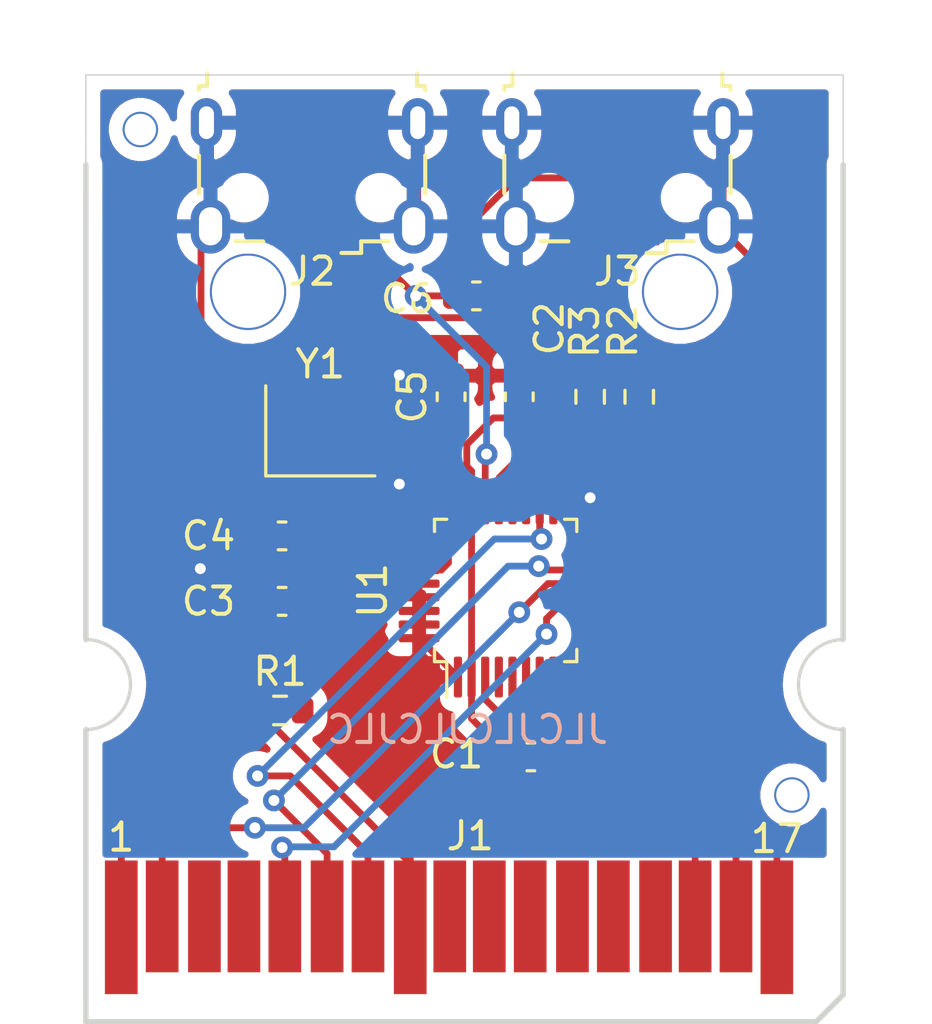
<source format=kicad_pcb>
(kicad_pcb (version 20171130) (host pcbnew 5.1.8+dfsg1-1+b1)

  (general
    (thickness 1.6)
    (drawings 4)
    (tracks 173)
    (zones 0)
    (modules 16)
    (nets 17)
  )

  (page A4)
  (layers
    (0 F.Cu signal)
    (31 B.Cu signal)
    (32 B.Adhes user)
    (33 F.Adhes user)
    (34 B.Paste user)
    (35 F.Paste user)
    (36 B.SilkS user)
    (37 F.SilkS user)
    (38 B.Mask user)
    (39 F.Mask user)
    (40 Dwgs.User user)
    (41 Cmts.User user)
    (42 Eco1.User user)
    (43 Eco2.User user)
    (44 Edge.Cuts user)
    (45 Margin user)
    (46 B.CrtYd user)
    (47 F.CrtYd user)
    (48 B.Fab user)
    (49 F.Fab user)
  )

  (setup
    (last_trace_width 0.25)
    (trace_clearance 0.2)
    (zone_clearance 0.508)
    (zone_45_only no)
    (trace_min 0.2)
    (via_size 0.8)
    (via_drill 0.4)
    (via_min_size 0.4)
    (via_min_drill 0.3)
    (uvia_size 0.3)
    (uvia_drill 0.1)
    (uvias_allowed no)
    (uvia_min_size 0.2)
    (uvia_min_drill 0.1)
    (edge_width 0.05)
    (segment_width 0.2)
    (pcb_text_width 0.3)
    (pcb_text_size 1.5 1.5)
    (mod_edge_width 0.12)
    (mod_text_size 1 1)
    (mod_text_width 0.15)
    (pad_size 1.524 1.524)
    (pad_drill 0.762)
    (pad_to_mask_clearance 0)
    (aux_axis_origin 0 0)
    (visible_elements FFFFFF7F)
    (pcbplotparams
      (layerselection 0x010fc_ffffffff)
      (usegerberextensions false)
      (usegerberattributes true)
      (usegerberadvancedattributes true)
      (creategerberjobfile true)
      (excludeedgelayer true)
      (linewidth 0.100000)
      (plotframeref false)
      (viasonmask false)
      (mode 1)
      (useauxorigin false)
      (hpglpennumber 1)
      (hpglpenspeed 20)
      (hpglpendiameter 15.000000)
      (psnegative false)
      (psa4output false)
      (plotreference true)
      (plotvalue true)
      (plotinvisibletext false)
      (padsonsilk false)
      (subtractmaskfromsilk false)
      (outputformat 1)
      (mirror false)
      (drillshape 0)
      (scaleselection 1)
      (outputdirectory ""))
  )

  (net 0 "")
  (net 1 +3V3)
  (net 2 GND)
  (net 3 /ID)
  (net 4 "Net-(C4-Pad1)")
  (net 5 "Net-(C5-Pad1)")
  (net 6 VBUS)
  (net 7 /SCLK)
  (net 8 /RST)
  (net 9 /SS)
  (net 10 /IRQ)
  (net 11 /MISO)
  (net 12 /MOSI)
  (net 13 /D+)
  (net 14 /D-)
  (net 15 /MAX_D-)
  (net 16 /MAX_D+)

  (net_class Default "This is the default net class."
    (clearance 0.2)
    (trace_width 0.25)
    (via_dia 0.8)
    (via_drill 0.4)
    (uvia_dia 0.3)
    (uvia_drill 0.1)
    (add_net +3V3)
    (add_net /D+)
    (add_net /D-)
    (add_net /ID)
    (add_net /IRQ)
    (add_net /MAX_D+)
    (add_net /MAX_D-)
    (add_net /MISO)
    (add_net /MOSI)
    (add_net /RST)
    (add_net /SCLK)
    (add_net /SS)
    (add_net GND)
    (add_net "Net-(C4-Pad1)")
    (add_net "Net-(C5-Pad1)")
    (add_net VBUS)
  )

  (module ds_card_extender:ds_card (layer F.Cu) (tedit 5FC00FE2) (tstamp 5FC1FB87)
    (at 140 40)
    (path /5FC1D337)
    (fp_text reference J1 (at 14.1 24.6) (layer F.SilkS)
      (effects (font (size 1 1) (thickness 0.15)))
    )
    (fp_text value DS_Card (at 9.05 24.55) (layer F.Fab)
      (effects (font (size 1 1) (thickness 0.15)))
    )
    (fp_line (start -0.001041 -0.005209) (end 0 17.4) (layer Edge.Cuts) (width 0.2))
    (fp_line (start 27.780209 30.421826) (end 27.780209 20.7) (layer Edge.Cuts) (width 0.2))
    (fp_line (start 27.780209 17.4) (end 27.780209 -0.005209) (layer Edge.Cuts) (width 0.2))
    (fp_line (start 26.788021 31.414014) (end 27.780209 30.421826) (layer Edge.Cuts) (width 0.2))
    (fp_line (start 0 20.7) (end -0.001041 31.414061) (layer Edge.Cuts) (width 0.2))
    (fp_line (start -0.001041 31.414061) (end 26.788021 31.414014) (layer Edge.Cuts) (width 0.2))
    (fp_poly (pts (xy 27.8 30.4) (xy 26.8 31.4) (xy 0 31.4) (xy 0 25.5)
      (xy 27.8 25.5)) (layer F.Mask) (width 0.1))
    (fp_arc (start 0 19.05) (end 0 20.7) (angle -180) (layer Edge.Cuts) (width 0.12))
    (fp_arc (start 27.780209 19.05) (end 27.780209 20.7) (angle 180) (layer Edge.Cuts) (width 0.12))
    (fp_text user 1 (at 1.3 24.65) (layer F.SilkS)
      (effects (font (size 1 1) (thickness 0.15)))
    )
    (fp_text user 17 (at 25.35 24.7) (layer F.SilkS)
      (effects (font (size 1 1) (thickness 0.15)))
    )
    (pad "" np_thru_hole circle (at 5.95 4.65) (size 2.8 2.8) (drill 2.65) (layers *.Cu *.Mask))
    (pad "" np_thru_hole circle (at 21.8 4.65) (size 2.8 2.8) (drill 2.65) (layers *.Cu *.Mask))
    (pad 1 smd rect (at 1.3 27.95) (size 1.2 4.9) (layers F.Cu F.Paste F.Mask)
      (net 2 GND))
    (pad 2 smd rect (at 2.8 27.55) (size 1.2 4.1) (layers F.Cu F.Paste F.Mask)
      (net 7 /SCLK))
    (pad 3 smd rect (at 4.35 27.55) (size 1.2 4.1) (layers F.Cu F.Paste F.Mask))
    (pad 4 smd rect (at 5.8 27.55) (size 1.2 4.1) (layers F.Cu F.Paste F.Mask))
    (pad 5 smd rect (at 7.3 27.55) (size 1.2 4.1) (layers F.Cu F.Paste F.Mask)
      (net 8 /RST))
    (pad 6 smd rect (at 8.85 27.55) (size 1.2 4.1) (layers F.Cu F.Paste F.Mask)
      (net 9 /SS))
    (pad 7 smd rect (at 10.35 27.55) (size 1.2 4.1) (layers F.Cu F.Paste F.Mask)
      (net 10 /IRQ))
    (pad 8 smd rect (at 11.9 27.95) (size 1.2 4.9) (layers F.Cu F.Paste F.Mask)
      (net 1 +3V3))
    (pad 9 smd rect (at 13.35 27.55) (size 1.2 4.1) (layers F.Cu F.Paste F.Mask))
    (pad 10 smd rect (at 14.8 27.55) (size 1.2 4.1) (layers F.Cu F.Paste F.Mask))
    (pad 11 smd rect (at 16.3 27.55) (size 1.2 4.1) (layers F.Cu F.Paste F.Mask))
    (pad 12 smd rect (at 17.85 27.55) (size 1.2 4.1) (layers F.Cu F.Paste F.Mask))
    (pad 13 smd rect (at 19.35 27.55) (size 1.2 4.1) (layers F.Cu F.Paste F.Mask))
    (pad 14 smd rect (at 20.9 27.55) (size 1.2 4.1) (layers F.Cu F.Paste F.Mask))
    (pad 15 smd rect (at 22.35 27.55) (size 1.2 4.1) (layers F.Cu F.Paste F.Mask)
      (net 11 /MISO))
    (pad 16 smd rect (at 23.85 27.55) (size 1.2 4.1) (layers F.Cu F.Paste F.Mask)
      (net 12 /MOSI))
    (pad 17 smd rect (at 25.35 27.95) (size 1.2 4.9) (layers F.Cu F.Paste F.Mask)
      (net 2 GND))
  )

  (module Capacitor_SMD:C_0603_1608Metric (layer F.Cu) (tedit 5F68FEEE) (tstamp 5FC1FB10)
    (at 156.325 61.7)
    (descr "Capacitor SMD 0603 (1608 Metric), square (rectangular) end terminal, IPC_7351 nominal, (Body size source: IPC-SM-782 page 76, https://www.pcb-3d.com/wordpress/wp-content/uploads/ipc-sm-782a_amendment_1_and_2.pdf), generated with kicad-footprint-generator")
    (tags capacitor)
    (path /5FCCF50D)
    (attr smd)
    (fp_text reference C1 (at -2.725 -0.1) (layer F.SilkS)
      (effects (font (size 1 1) (thickness 0.15)))
    )
    (fp_text value 100n (at 0 1.43) (layer F.Fab)
      (effects (font (size 1 1) (thickness 0.15)))
    )
    (fp_line (start -0.8 0.4) (end -0.8 -0.4) (layer F.Fab) (width 0.1))
    (fp_line (start -0.8 -0.4) (end 0.8 -0.4) (layer F.Fab) (width 0.1))
    (fp_line (start 0.8 -0.4) (end 0.8 0.4) (layer F.Fab) (width 0.1))
    (fp_line (start 0.8 0.4) (end -0.8 0.4) (layer F.Fab) (width 0.1))
    (fp_line (start -0.14058 -0.51) (end 0.14058 -0.51) (layer F.SilkS) (width 0.12))
    (fp_line (start -0.14058 0.51) (end 0.14058 0.51) (layer F.SilkS) (width 0.12))
    (fp_line (start -1.48 0.73) (end -1.48 -0.73) (layer F.CrtYd) (width 0.05))
    (fp_line (start -1.48 -0.73) (end 1.48 -0.73) (layer F.CrtYd) (width 0.05))
    (fp_line (start 1.48 -0.73) (end 1.48 0.73) (layer F.CrtYd) (width 0.05))
    (fp_line (start 1.48 0.73) (end -1.48 0.73) (layer F.CrtYd) (width 0.05))
    (fp_text user %R (at 0 0) (layer F.Fab)
      (effects (font (size 0.4 0.4) (thickness 0.06)))
    )
    (pad 1 smd roundrect (at -0.775 0) (size 0.9 0.95) (layers F.Cu F.Paste F.Mask) (roundrect_rratio 0.25)
      (net 1 +3V3))
    (pad 2 smd roundrect (at 0.775 0) (size 0.9 0.95) (layers F.Cu F.Paste F.Mask) (roundrect_rratio 0.25)
      (net 2 GND))
    (model ${KISYS3DMOD}/Capacitor_SMD.3dshapes/C_0603_1608Metric.wrl
      (at (xyz 0 0 0))
      (scale (xyz 1 1 1))
      (rotate (xyz 0 0 0))
    )
  )

  (module Capacitor_SMD:C_0603_1608Metric (layer F.Cu) (tedit 5F68FEEE) (tstamp 5FC1FB21)
    (at 155.9 48.5 90)
    (descr "Capacitor SMD 0603 (1608 Metric), square (rectangular) end terminal, IPC_7351 nominal, (Body size source: IPC-SM-782 page 76, https://www.pcb-3d.com/wordpress/wp-content/uploads/ipc-sm-782a_amendment_1_and_2.pdf), generated with kicad-footprint-generator")
    (tags capacitor)
    (path /5FCE28E3)
    (attr smd)
    (fp_text reference C2 (at 2.5 1.1 90) (layer F.SilkS)
      (effects (font (size 1 1) (thickness 0.15)))
    )
    (fp_text value 100n (at 0 1.43 90) (layer F.Fab)
      (effects (font (size 1 1) (thickness 0.15)))
    )
    (fp_line (start 1.48 0.73) (end -1.48 0.73) (layer F.CrtYd) (width 0.05))
    (fp_line (start 1.48 -0.73) (end 1.48 0.73) (layer F.CrtYd) (width 0.05))
    (fp_line (start -1.48 -0.73) (end 1.48 -0.73) (layer F.CrtYd) (width 0.05))
    (fp_line (start -1.48 0.73) (end -1.48 -0.73) (layer F.CrtYd) (width 0.05))
    (fp_line (start -0.14058 0.51) (end 0.14058 0.51) (layer F.SilkS) (width 0.12))
    (fp_line (start -0.14058 -0.51) (end 0.14058 -0.51) (layer F.SilkS) (width 0.12))
    (fp_line (start 0.8 0.4) (end -0.8 0.4) (layer F.Fab) (width 0.1))
    (fp_line (start 0.8 -0.4) (end 0.8 0.4) (layer F.Fab) (width 0.1))
    (fp_line (start -0.8 -0.4) (end 0.8 -0.4) (layer F.Fab) (width 0.1))
    (fp_line (start -0.8 0.4) (end -0.8 -0.4) (layer F.Fab) (width 0.1))
    (fp_text user %R (at 0 0 90) (layer F.Fab)
      (effects (font (size 0.4 0.4) (thickness 0.06)))
    )
    (pad 2 smd roundrect (at 0.775 0 90) (size 0.9 0.95) (layers F.Cu F.Paste F.Mask) (roundrect_rratio 0.25)
      (net 2 GND))
    (pad 1 smd roundrect (at -0.775 0 90) (size 0.9 0.95) (layers F.Cu F.Paste F.Mask) (roundrect_rratio 0.25)
      (net 1 +3V3))
    (model ${KISYS3DMOD}/Capacitor_SMD.3dshapes/C_0603_1608Metric.wrl
      (at (xyz 0 0 0))
      (scale (xyz 1 1 1))
      (rotate (xyz 0 0 0))
    )
  )

  (module Capacitor_SMD:C_0603_1608Metric (layer F.Cu) (tedit 5F68FEEE) (tstamp 5FC1FB32)
    (at 147.2 56 180)
    (descr "Capacitor SMD 0603 (1608 Metric), square (rectangular) end terminal, IPC_7351 nominal, (Body size source: IPC-SM-782 page 76, https://www.pcb-3d.com/wordpress/wp-content/uploads/ipc-sm-782a_amendment_1_and_2.pdf), generated with kicad-footprint-generator")
    (tags capacitor)
    (path /5FD169A0)
    (attr smd)
    (fp_text reference C3 (at 2.7 0) (layer F.SilkS)
      (effects (font (size 1 1) (thickness 0.15)))
    )
    (fp_text value 100n (at 0 1.43) (layer F.Fab)
      (effects (font (size 1 1) (thickness 0.15)))
    )
    (fp_line (start -0.8 0.4) (end -0.8 -0.4) (layer F.Fab) (width 0.1))
    (fp_line (start -0.8 -0.4) (end 0.8 -0.4) (layer F.Fab) (width 0.1))
    (fp_line (start 0.8 -0.4) (end 0.8 0.4) (layer F.Fab) (width 0.1))
    (fp_line (start 0.8 0.4) (end -0.8 0.4) (layer F.Fab) (width 0.1))
    (fp_line (start -0.14058 -0.51) (end 0.14058 -0.51) (layer F.SilkS) (width 0.12))
    (fp_line (start -0.14058 0.51) (end 0.14058 0.51) (layer F.SilkS) (width 0.12))
    (fp_line (start -1.48 0.73) (end -1.48 -0.73) (layer F.CrtYd) (width 0.05))
    (fp_line (start -1.48 -0.73) (end 1.48 -0.73) (layer F.CrtYd) (width 0.05))
    (fp_line (start 1.48 -0.73) (end 1.48 0.73) (layer F.CrtYd) (width 0.05))
    (fp_line (start 1.48 0.73) (end -1.48 0.73) (layer F.CrtYd) (width 0.05))
    (fp_text user %R (at 0 0) (layer F.Fab)
      (effects (font (size 0.4 0.4) (thickness 0.06)))
    )
    (pad 1 smd roundrect (at -0.775 0 180) (size 0.9 0.95) (layers F.Cu F.Paste F.Mask) (roundrect_rratio 0.25)
      (net 3 /ID))
    (pad 2 smd roundrect (at 0.775 0 180) (size 0.9 0.95) (layers F.Cu F.Paste F.Mask) (roundrect_rratio 0.25)
      (net 2 GND))
    (model ${KISYS3DMOD}/Capacitor_SMD.3dshapes/C_0603_1608Metric.wrl
      (at (xyz 0 0 0))
      (scale (xyz 1 1 1))
      (rotate (xyz 0 0 0))
    )
  )

  (module Capacitor_SMD:C_0603_1608Metric (layer F.Cu) (tedit 5F68FEEE) (tstamp 5FC1FB43)
    (at 147.2 53.6 180)
    (descr "Capacitor SMD 0603 (1608 Metric), square (rectangular) end terminal, IPC_7351 nominal, (Body size source: IPC-SM-782 page 76, https://www.pcb-3d.com/wordpress/wp-content/uploads/ipc-sm-782a_amendment_1_and_2.pdf), generated with kicad-footprint-generator")
    (tags capacitor)
    (path /5FCF6165)
    (attr smd)
    (fp_text reference C4 (at 2.7 0) (layer F.SilkS)
      (effects (font (size 1 1) (thickness 0.15)))
    )
    (fp_text value 20p (at 0 1.43) (layer F.Fab)
      (effects (font (size 1 1) (thickness 0.15)))
    )
    (fp_line (start -0.8 0.4) (end -0.8 -0.4) (layer F.Fab) (width 0.1))
    (fp_line (start -0.8 -0.4) (end 0.8 -0.4) (layer F.Fab) (width 0.1))
    (fp_line (start 0.8 -0.4) (end 0.8 0.4) (layer F.Fab) (width 0.1))
    (fp_line (start 0.8 0.4) (end -0.8 0.4) (layer F.Fab) (width 0.1))
    (fp_line (start -0.14058 -0.51) (end 0.14058 -0.51) (layer F.SilkS) (width 0.12))
    (fp_line (start -0.14058 0.51) (end 0.14058 0.51) (layer F.SilkS) (width 0.12))
    (fp_line (start -1.48 0.73) (end -1.48 -0.73) (layer F.CrtYd) (width 0.05))
    (fp_line (start -1.48 -0.73) (end 1.48 -0.73) (layer F.CrtYd) (width 0.05))
    (fp_line (start 1.48 -0.73) (end 1.48 0.73) (layer F.CrtYd) (width 0.05))
    (fp_line (start 1.48 0.73) (end -1.48 0.73) (layer F.CrtYd) (width 0.05))
    (fp_text user %R (at 0 0) (layer F.Fab)
      (effects (font (size 0.4 0.4) (thickness 0.06)))
    )
    (pad 1 smd roundrect (at -0.775 0 180) (size 0.9 0.95) (layers F.Cu F.Paste F.Mask) (roundrect_rratio 0.25)
      (net 4 "Net-(C4-Pad1)"))
    (pad 2 smd roundrect (at 0.775 0 180) (size 0.9 0.95) (layers F.Cu F.Paste F.Mask) (roundrect_rratio 0.25)
      (net 2 GND))
    (model ${KISYS3DMOD}/Capacitor_SMD.3dshapes/C_0603_1608Metric.wrl
      (at (xyz 0 0 0))
      (scale (xyz 1 1 1))
      (rotate (xyz 0 0 0))
    )
  )

  (module Capacitor_SMD:C_0603_1608Metric (layer F.Cu) (tedit 5F68FEEE) (tstamp 5FC1FB54)
    (at 153.4 48.5 90)
    (descr "Capacitor SMD 0603 (1608 Metric), square (rectangular) end terminal, IPC_7351 nominal, (Body size source: IPC-SM-782 page 76, https://www.pcb-3d.com/wordpress/wp-content/uploads/ipc-sm-782a_amendment_1_and_2.pdf), generated with kicad-footprint-generator")
    (tags capacitor)
    (path /5FCF66C0)
    (attr smd)
    (fp_text reference C5 (at 0 -1.43 90) (layer F.SilkS)
      (effects (font (size 1 1) (thickness 0.15)))
    )
    (fp_text value 20p (at 0 1.43 90) (layer F.Fab)
      (effects (font (size 1 1) (thickness 0.15)))
    )
    (fp_line (start 1.48 0.73) (end -1.48 0.73) (layer F.CrtYd) (width 0.05))
    (fp_line (start 1.48 -0.73) (end 1.48 0.73) (layer F.CrtYd) (width 0.05))
    (fp_line (start -1.48 -0.73) (end 1.48 -0.73) (layer F.CrtYd) (width 0.05))
    (fp_line (start -1.48 0.73) (end -1.48 -0.73) (layer F.CrtYd) (width 0.05))
    (fp_line (start -0.14058 0.51) (end 0.14058 0.51) (layer F.SilkS) (width 0.12))
    (fp_line (start -0.14058 -0.51) (end 0.14058 -0.51) (layer F.SilkS) (width 0.12))
    (fp_line (start 0.8 0.4) (end -0.8 0.4) (layer F.Fab) (width 0.1))
    (fp_line (start 0.8 -0.4) (end 0.8 0.4) (layer F.Fab) (width 0.1))
    (fp_line (start -0.8 -0.4) (end 0.8 -0.4) (layer F.Fab) (width 0.1))
    (fp_line (start -0.8 0.4) (end -0.8 -0.4) (layer F.Fab) (width 0.1))
    (fp_text user %R (at 0 0 90) (layer F.Fab)
      (effects (font (size 0.4 0.4) (thickness 0.06)))
    )
    (pad 2 smd roundrect (at 0.775 0 90) (size 0.9 0.95) (layers F.Cu F.Paste F.Mask) (roundrect_rratio 0.25)
      (net 2 GND))
    (pad 1 smd roundrect (at -0.775 0 90) (size 0.9 0.95) (layers F.Cu F.Paste F.Mask) (roundrect_rratio 0.25)
      (net 5 "Net-(C5-Pad1)"))
    (model ${KISYS3DMOD}/Capacitor_SMD.3dshapes/C_0603_1608Metric.wrl
      (at (xyz 0 0 0))
      (scale (xyz 1 1 1))
      (rotate (xyz 0 0 0))
    )
  )

  (module Capacitor_SMD:C_0603_1608Metric (layer F.Cu) (tedit 5F68FEEE) (tstamp 5FC1FB65)
    (at 154.325 44.8)
    (descr "Capacitor SMD 0603 (1608 Metric), square (rectangular) end terminal, IPC_7351 nominal, (Body size source: IPC-SM-782 page 76, https://www.pcb-3d.com/wordpress/wp-content/uploads/ipc-sm-782a_amendment_1_and_2.pdf), generated with kicad-footprint-generator")
    (tags capacitor)
    (path /5FD2E3C0)
    (attr smd)
    (fp_text reference C6 (at -2.525 0.1) (layer F.SilkS)
      (effects (font (size 1 1) (thickness 0.15)))
    )
    (fp_text value 100n (at 0 1.43) (layer F.Fab)
      (effects (font (size 1 1) (thickness 0.15)))
    )
    (fp_line (start 1.48 0.73) (end -1.48 0.73) (layer F.CrtYd) (width 0.05))
    (fp_line (start 1.48 -0.73) (end 1.48 0.73) (layer F.CrtYd) (width 0.05))
    (fp_line (start -1.48 -0.73) (end 1.48 -0.73) (layer F.CrtYd) (width 0.05))
    (fp_line (start -1.48 0.73) (end -1.48 -0.73) (layer F.CrtYd) (width 0.05))
    (fp_line (start -0.14058 0.51) (end 0.14058 0.51) (layer F.SilkS) (width 0.12))
    (fp_line (start -0.14058 -0.51) (end 0.14058 -0.51) (layer F.SilkS) (width 0.12))
    (fp_line (start 0.8 0.4) (end -0.8 0.4) (layer F.Fab) (width 0.1))
    (fp_line (start 0.8 -0.4) (end 0.8 0.4) (layer F.Fab) (width 0.1))
    (fp_line (start -0.8 -0.4) (end 0.8 -0.4) (layer F.Fab) (width 0.1))
    (fp_line (start -0.8 0.4) (end -0.8 -0.4) (layer F.Fab) (width 0.1))
    (fp_text user %R (at 0 0) (layer F.Fab)
      (effects (font (size 0.4 0.4) (thickness 0.06)))
    )
    (pad 2 smd roundrect (at 0.775 0) (size 0.9 0.95) (layers F.Cu F.Paste F.Mask) (roundrect_rratio 0.25)
      (net 2 GND))
    (pad 1 smd roundrect (at -0.775 0) (size 0.9 0.95) (layers F.Cu F.Paste F.Mask) (roundrect_rratio 0.25)
      (net 6 VBUS))
    (model ${KISYS3DMOD}/Capacitor_SMD.3dshapes/C_0603_1608Metric.wrl
      (at (xyz 0 0 0))
      (scale (xyz 1 1 1))
      (rotate (xyz 0 0 0))
    )
  )

  (module Connector_USB:USB_Micro-B_Wuerth_629105150521 (layer F.Cu) (tedit 5A142044) (tstamp 5FC1FBB6)
    (at 148.3 40.4 180)
    (descr "USB Micro-B receptacle, http://www.mouser.com/ds/2/445/629105150521-469306.pdf")
    (tags "usb micro receptacle")
    (path /5FC17F35)
    (attr smd)
    (fp_text reference J2 (at 0 -3.5) (layer F.SilkS)
      (effects (font (size 1 1) (thickness 0.15)))
    )
    (fp_text value USB_OTG (at 0 5.6) (layer F.Fab)
      (effects (font (size 1 1) (thickness 0.15)))
    )
    (fp_line (start -4 -2.25) (end -4 3.15) (layer F.Fab) (width 0.15))
    (fp_line (start -4 3.15) (end -3.7 3.15) (layer F.Fab) (width 0.15))
    (fp_line (start -3.7 3.15) (end -3.7 4.35) (layer F.Fab) (width 0.15))
    (fp_line (start -3.7 4.35) (end 3.7 4.35) (layer F.Fab) (width 0.15))
    (fp_line (start 3.7 4.35) (end 3.7 3.15) (layer F.Fab) (width 0.15))
    (fp_line (start 3.7 3.15) (end 4 3.15) (layer F.Fab) (width 0.15))
    (fp_line (start 4 3.15) (end 4 -2.25) (layer F.Fab) (width 0.15))
    (fp_line (start 4 -2.25) (end -4 -2.25) (layer F.Fab) (width 0.15))
    (fp_line (start -2.7 3.75) (end 2.7 3.75) (layer F.Fab) (width 0.15))
    (fp_line (start -1.075 -2.725) (end -1.3 -2.55) (layer F.Fab) (width 0.15))
    (fp_line (start -1.3 -2.55) (end -1.525 -2.725) (layer F.Fab) (width 0.15))
    (fp_line (start -1.525 -2.725) (end -1.525 -2.95) (layer F.Fab) (width 0.15))
    (fp_line (start -1.525 -2.95) (end -1.075 -2.95) (layer F.Fab) (width 0.15))
    (fp_line (start -1.075 -2.95) (end -1.075 -2.725) (layer F.Fab) (width 0.15))
    (fp_line (start -4.15 -0.65) (end -4.15 0.75) (layer F.SilkS) (width 0.15))
    (fp_line (start -4.15 3.15) (end -4.15 3.3) (layer F.SilkS) (width 0.15))
    (fp_line (start -4.15 3.3) (end -3.85 3.3) (layer F.SilkS) (width 0.15))
    (fp_line (start -3.85 3.3) (end -3.85 3.75) (layer F.SilkS) (width 0.15))
    (fp_line (start 3.85 3.75) (end 3.85 3.3) (layer F.SilkS) (width 0.15))
    (fp_line (start 3.85 3.3) (end 4.15 3.3) (layer F.SilkS) (width 0.15))
    (fp_line (start 4.15 3.3) (end 4.15 3.15) (layer F.SilkS) (width 0.15))
    (fp_line (start 4.15 0.75) (end 4.15 -0.65) (layer F.SilkS) (width 0.15))
    (fp_line (start -1.075 -2.825) (end -1.8 -2.825) (layer F.SilkS) (width 0.15))
    (fp_line (start -1.8 -2.825) (end -1.8 -2.4) (layer F.SilkS) (width 0.15))
    (fp_line (start -1.8 -2.4) (end -2.8 -2.4) (layer F.SilkS) (width 0.15))
    (fp_line (start 1.8 -2.4) (end 2.8 -2.4) (layer F.SilkS) (width 0.15))
    (fp_line (start -4.94 -3.34) (end -4.94 4.85) (layer F.CrtYd) (width 0.05))
    (fp_line (start -4.94 4.85) (end 4.95 4.85) (layer F.CrtYd) (width 0.05))
    (fp_line (start 4.95 4.85) (end 4.95 -3.34) (layer F.CrtYd) (width 0.05))
    (fp_line (start 4.95 -3.34) (end -4.94 -3.34) (layer F.CrtYd) (width 0.05))
    (fp_text user %R (at 0 1.05) (layer F.Fab)
      (effects (font (size 1 1) (thickness 0.15)))
    )
    (fp_text user "PCB Edge" (at 0 3.75) (layer Dwgs.User)
      (effects (font (size 0.5 0.5) (thickness 0.08)))
    )
    (pad 1 smd rect (at -1.3 -1.9 180) (size 0.45 1.3) (layers F.Cu F.Paste F.Mask)
      (net 6 VBUS))
    (pad 2 smd rect (at -0.65 -1.9 180) (size 0.45 1.3) (layers F.Cu F.Paste F.Mask))
    (pad 3 smd rect (at 0 -1.9 180) (size 0.45 1.3) (layers F.Cu F.Paste F.Mask))
    (pad 4 smd rect (at 0.65 -1.9 180) (size 0.45 1.3) (layers F.Cu F.Paste F.Mask))
    (pad 5 smd rect (at 1.3 -1.9 180) (size 0.45 1.3) (layers F.Cu F.Paste F.Mask)
      (net 2 GND))
    (pad 6 thru_hole oval (at -3.725 -1.85 180) (size 1.45 2) (drill oval 0.85 1.4) (layers *.Cu *.Mask)
      (net 2 GND))
    (pad 6 thru_hole oval (at 3.725 -1.85 180) (size 1.45 2) (drill oval 0.85 1.4) (layers *.Cu *.Mask)
      (net 2 GND))
    (pad 6 thru_hole oval (at -3.875 1.95 180) (size 1.15 1.8) (drill oval 0.55 1.2) (layers *.Cu *.Mask)
      (net 2 GND))
    (pad 6 thru_hole oval (at 3.875 1.95 180) (size 1.15 1.8) (drill oval 0.55 1.2) (layers *.Cu *.Mask)
      (net 2 GND))
    (pad "" np_thru_hole oval (at -2.5 -0.8 180) (size 0.8 0.8) (drill 0.8) (layers *.Cu *.Mask))
    (pad "" np_thru_hole oval (at 2.5 -0.8 180) (size 0.8 0.8) (drill 0.8) (layers *.Cu *.Mask))
    (model ${KISYS3DMOD}/Connector_USB.3dshapes/USB_Micro-B_Wuerth_629105150521.wrl
      (at (xyz 0 0 0))
      (scale (xyz 1 1 1))
      (rotate (xyz 0 0 0))
    )
  )

  (module Connector_USB:USB_Micro-B_Wuerth_629105150521 (layer F.Cu) (tedit 5A142044) (tstamp 5FC1FBE5)
    (at 159.5 40.4 180)
    (descr "USB Micro-B receptacle, http://www.mouser.com/ds/2/445/629105150521-469306.pdf")
    (tags "usb micro receptacle")
    (path /5FC185BD)
    (attr smd)
    (fp_text reference J3 (at 0 -3.5) (layer F.SilkS)
      (effects (font (size 1 1) (thickness 0.15)))
    )
    (fp_text value USB_OTG (at 0 5.6) (layer F.Fab)
      (effects (font (size 1 1) (thickness 0.15)))
    )
    (fp_line (start 4.95 -3.34) (end -4.94 -3.34) (layer F.CrtYd) (width 0.05))
    (fp_line (start 4.95 4.85) (end 4.95 -3.34) (layer F.CrtYd) (width 0.05))
    (fp_line (start -4.94 4.85) (end 4.95 4.85) (layer F.CrtYd) (width 0.05))
    (fp_line (start -4.94 -3.34) (end -4.94 4.85) (layer F.CrtYd) (width 0.05))
    (fp_line (start 1.8 -2.4) (end 2.8 -2.4) (layer F.SilkS) (width 0.15))
    (fp_line (start -1.8 -2.4) (end -2.8 -2.4) (layer F.SilkS) (width 0.15))
    (fp_line (start -1.8 -2.825) (end -1.8 -2.4) (layer F.SilkS) (width 0.15))
    (fp_line (start -1.075 -2.825) (end -1.8 -2.825) (layer F.SilkS) (width 0.15))
    (fp_line (start 4.15 0.75) (end 4.15 -0.65) (layer F.SilkS) (width 0.15))
    (fp_line (start 4.15 3.3) (end 4.15 3.15) (layer F.SilkS) (width 0.15))
    (fp_line (start 3.85 3.3) (end 4.15 3.3) (layer F.SilkS) (width 0.15))
    (fp_line (start 3.85 3.75) (end 3.85 3.3) (layer F.SilkS) (width 0.15))
    (fp_line (start -3.85 3.3) (end -3.85 3.75) (layer F.SilkS) (width 0.15))
    (fp_line (start -4.15 3.3) (end -3.85 3.3) (layer F.SilkS) (width 0.15))
    (fp_line (start -4.15 3.15) (end -4.15 3.3) (layer F.SilkS) (width 0.15))
    (fp_line (start -4.15 -0.65) (end -4.15 0.75) (layer F.SilkS) (width 0.15))
    (fp_line (start -1.075 -2.95) (end -1.075 -2.725) (layer F.Fab) (width 0.15))
    (fp_line (start -1.525 -2.95) (end -1.075 -2.95) (layer F.Fab) (width 0.15))
    (fp_line (start -1.525 -2.725) (end -1.525 -2.95) (layer F.Fab) (width 0.15))
    (fp_line (start -1.3 -2.55) (end -1.525 -2.725) (layer F.Fab) (width 0.15))
    (fp_line (start -1.075 -2.725) (end -1.3 -2.55) (layer F.Fab) (width 0.15))
    (fp_line (start -2.7 3.75) (end 2.7 3.75) (layer F.Fab) (width 0.15))
    (fp_line (start 4 -2.25) (end -4 -2.25) (layer F.Fab) (width 0.15))
    (fp_line (start 4 3.15) (end 4 -2.25) (layer F.Fab) (width 0.15))
    (fp_line (start 3.7 3.15) (end 4 3.15) (layer F.Fab) (width 0.15))
    (fp_line (start 3.7 4.35) (end 3.7 3.15) (layer F.Fab) (width 0.15))
    (fp_line (start -3.7 4.35) (end 3.7 4.35) (layer F.Fab) (width 0.15))
    (fp_line (start -3.7 3.15) (end -3.7 4.35) (layer F.Fab) (width 0.15))
    (fp_line (start -4 3.15) (end -3.7 3.15) (layer F.Fab) (width 0.15))
    (fp_line (start -4 -2.25) (end -4 3.15) (layer F.Fab) (width 0.15))
    (fp_text user "PCB Edge" (at 0 3.75) (layer Dwgs.User)
      (effects (font (size 0.5 0.5) (thickness 0.08)))
    )
    (fp_text user %R (at 0 1.05) (layer F.Fab)
      (effects (font (size 1 1) (thickness 0.15)))
    )
    (pad "" np_thru_hole oval (at 2.5 -0.8 180) (size 0.8 0.8) (drill 0.8) (layers *.Cu *.Mask))
    (pad "" np_thru_hole oval (at -2.5 -0.8 180) (size 0.8 0.8) (drill 0.8) (layers *.Cu *.Mask))
    (pad 6 thru_hole oval (at 3.875 1.95 180) (size 1.15 1.8) (drill oval 0.55 1.2) (layers *.Cu *.Mask)
      (net 2 GND))
    (pad 6 thru_hole oval (at -3.875 1.95 180) (size 1.15 1.8) (drill oval 0.55 1.2) (layers *.Cu *.Mask)
      (net 2 GND))
    (pad 6 thru_hole oval (at 3.725 -1.85 180) (size 1.45 2) (drill oval 0.85 1.4) (layers *.Cu *.Mask)
      (net 2 GND))
    (pad 6 thru_hole oval (at -3.725 -1.85 180) (size 1.45 2) (drill oval 0.85 1.4) (layers *.Cu *.Mask)
      (net 2 GND))
    (pad 5 smd rect (at 1.3 -1.9 180) (size 0.45 1.3) (layers F.Cu F.Paste F.Mask)
      (net 2 GND))
    (pad 4 smd rect (at 0.65 -1.9 180) (size 0.45 1.3) (layers F.Cu F.Paste F.Mask)
      (net 3 /ID))
    (pad 3 smd rect (at 0 -1.9 180) (size 0.45 1.3) (layers F.Cu F.Paste F.Mask)
      (net 13 /D+))
    (pad 2 smd rect (at -0.65 -1.9 180) (size 0.45 1.3) (layers F.Cu F.Paste F.Mask)
      (net 14 /D-))
    (pad 1 smd rect (at -1.3 -1.9 180) (size 0.45 1.3) (layers F.Cu F.Paste F.Mask)
      (net 6 VBUS))
    (model ${KISYS3DMOD}/Connector_USB.3dshapes/USB_Micro-B_Wuerth_629105150521.wrl
      (at (xyz 0 0 0))
      (scale (xyz 1 1 1))
      (rotate (xyz 0 0 0))
    )
  )

  (module Resistor_SMD:R_0603_1608Metric (layer F.Cu) (tedit 5F68FEEE) (tstamp 5FC1FBF6)
    (at 147.125 60)
    (descr "Resistor SMD 0603 (1608 Metric), square (rectangular) end terminal, IPC_7351 nominal, (Body size source: IPC-SM-782 page 72, https://www.pcb-3d.com/wordpress/wp-content/uploads/ipc-sm-782a_amendment_1_and_2.pdf), generated with kicad-footprint-generator")
    (tags resistor)
    (path /5FCAB15D)
    (attr smd)
    (fp_text reference R1 (at 0 -1.43) (layer F.SilkS)
      (effects (font (size 1 1) (thickness 0.15)))
    )
    (fp_text value 15k (at 0 1.43) (layer F.Fab)
      (effects (font (size 1 1) (thickness 0.15)))
    )
    (fp_line (start -0.8 0.4125) (end -0.8 -0.4125) (layer F.Fab) (width 0.1))
    (fp_line (start -0.8 -0.4125) (end 0.8 -0.4125) (layer F.Fab) (width 0.1))
    (fp_line (start 0.8 -0.4125) (end 0.8 0.4125) (layer F.Fab) (width 0.1))
    (fp_line (start 0.8 0.4125) (end -0.8 0.4125) (layer F.Fab) (width 0.1))
    (fp_line (start -0.237258 -0.5225) (end 0.237258 -0.5225) (layer F.SilkS) (width 0.12))
    (fp_line (start -0.237258 0.5225) (end 0.237258 0.5225) (layer F.SilkS) (width 0.12))
    (fp_line (start -1.48 0.73) (end -1.48 -0.73) (layer F.CrtYd) (width 0.05))
    (fp_line (start -1.48 -0.73) (end 1.48 -0.73) (layer F.CrtYd) (width 0.05))
    (fp_line (start 1.48 -0.73) (end 1.48 0.73) (layer F.CrtYd) (width 0.05))
    (fp_line (start 1.48 0.73) (end -1.48 0.73) (layer F.CrtYd) (width 0.05))
    (fp_text user %R (at 0 0) (layer F.Fab)
      (effects (font (size 0.4 0.4) (thickness 0.06)))
    )
    (pad 1 smd roundrect (at -0.825 0) (size 0.8 0.95) (layers F.Cu F.Paste F.Mask) (roundrect_rratio 0.25)
      (net 1 +3V3))
    (pad 2 smd roundrect (at 0.825 0) (size 0.8 0.95) (layers F.Cu F.Paste F.Mask) (roundrect_rratio 0.25)
      (net 3 /ID))
    (model ${KISYS3DMOD}/Resistor_SMD.3dshapes/R_0603_1608Metric.wrl
      (at (xyz 0 0 0))
      (scale (xyz 1 1 1))
      (rotate (xyz 0 0 0))
    )
  )

  (module Resistor_SMD:R_0603_1608Metric (layer F.Cu) (tedit 5F68FEEE) (tstamp 5FC1FC07)
    (at 160.3 48.5 270)
    (descr "Resistor SMD 0603 (1608 Metric), square (rectangular) end terminal, IPC_7351 nominal, (Body size source: IPC-SM-782 page 72, https://www.pcb-3d.com/wordpress/wp-content/uploads/ipc-sm-782a_amendment_1_and_2.pdf), generated with kicad-footprint-generator")
    (tags resistor)
    (path /5FCC1136)
    (attr smd)
    (fp_text reference R2 (at -2.4 0.6 90) (layer F.SilkS)
      (effects (font (size 1 1) (thickness 0.15)))
    )
    (fp_text value 33R (at 0 1.43 90) (layer F.Fab)
      (effects (font (size 1 1) (thickness 0.15)))
    )
    (fp_line (start -0.8 0.4125) (end -0.8 -0.4125) (layer F.Fab) (width 0.1))
    (fp_line (start -0.8 -0.4125) (end 0.8 -0.4125) (layer F.Fab) (width 0.1))
    (fp_line (start 0.8 -0.4125) (end 0.8 0.4125) (layer F.Fab) (width 0.1))
    (fp_line (start 0.8 0.4125) (end -0.8 0.4125) (layer F.Fab) (width 0.1))
    (fp_line (start -0.237258 -0.5225) (end 0.237258 -0.5225) (layer F.SilkS) (width 0.12))
    (fp_line (start -0.237258 0.5225) (end 0.237258 0.5225) (layer F.SilkS) (width 0.12))
    (fp_line (start -1.48 0.73) (end -1.48 -0.73) (layer F.CrtYd) (width 0.05))
    (fp_line (start -1.48 -0.73) (end 1.48 -0.73) (layer F.CrtYd) (width 0.05))
    (fp_line (start 1.48 -0.73) (end 1.48 0.73) (layer F.CrtYd) (width 0.05))
    (fp_line (start 1.48 0.73) (end -1.48 0.73) (layer F.CrtYd) (width 0.05))
    (fp_text user %R (at 0 0 90) (layer F.Fab)
      (effects (font (size 0.4 0.4) (thickness 0.06)))
    )
    (pad 1 smd roundrect (at -0.825 0 270) (size 0.8 0.95) (layers F.Cu F.Paste F.Mask) (roundrect_rratio 0.25)
      (net 14 /D-))
    (pad 2 smd roundrect (at 0.825 0 270) (size 0.8 0.95) (layers F.Cu F.Paste F.Mask) (roundrect_rratio 0.25)
      (net 15 /MAX_D-))
    (model ${KISYS3DMOD}/Resistor_SMD.3dshapes/R_0603_1608Metric.wrl
      (at (xyz 0 0 0))
      (scale (xyz 1 1 1))
      (rotate (xyz 0 0 0))
    )
  )

  (module Resistor_SMD:R_0603_1608Metric (layer F.Cu) (tedit 5F68FEEE) (tstamp 5FC1FC18)
    (at 158.5 48.5 270)
    (descr "Resistor SMD 0603 (1608 Metric), square (rectangular) end terminal, IPC_7351 nominal, (Body size source: IPC-SM-782 page 72, https://www.pcb-3d.com/wordpress/wp-content/uploads/ipc-sm-782a_amendment_1_and_2.pdf), generated with kicad-footprint-generator")
    (tags resistor)
    (path /5FCC17D8)
    (attr smd)
    (fp_text reference R3 (at -2.4 0.2 90) (layer F.SilkS)
      (effects (font (size 1 1) (thickness 0.15)))
    )
    (fp_text value 33R (at 0 1.43 90) (layer F.Fab)
      (effects (font (size 1 1) (thickness 0.15)))
    )
    (fp_line (start 1.48 0.73) (end -1.48 0.73) (layer F.CrtYd) (width 0.05))
    (fp_line (start 1.48 -0.73) (end 1.48 0.73) (layer F.CrtYd) (width 0.05))
    (fp_line (start -1.48 -0.73) (end 1.48 -0.73) (layer F.CrtYd) (width 0.05))
    (fp_line (start -1.48 0.73) (end -1.48 -0.73) (layer F.CrtYd) (width 0.05))
    (fp_line (start -0.237258 0.5225) (end 0.237258 0.5225) (layer F.SilkS) (width 0.12))
    (fp_line (start -0.237258 -0.5225) (end 0.237258 -0.5225) (layer F.SilkS) (width 0.12))
    (fp_line (start 0.8 0.4125) (end -0.8 0.4125) (layer F.Fab) (width 0.1))
    (fp_line (start 0.8 -0.4125) (end 0.8 0.4125) (layer F.Fab) (width 0.1))
    (fp_line (start -0.8 -0.4125) (end 0.8 -0.4125) (layer F.Fab) (width 0.1))
    (fp_line (start -0.8 0.4125) (end -0.8 -0.4125) (layer F.Fab) (width 0.1))
    (fp_text user %R (at 0 0 90) (layer F.Fab)
      (effects (font (size 0.4 0.4) (thickness 0.06)))
    )
    (pad 2 smd roundrect (at 0.825 0 270) (size 0.8 0.95) (layers F.Cu F.Paste F.Mask) (roundrect_rratio 0.25)
      (net 16 /MAX_D+))
    (pad 1 smd roundrect (at -0.825 0 270) (size 0.8 0.95) (layers F.Cu F.Paste F.Mask) (roundrect_rratio 0.25)
      (net 13 /D+))
    (model ${KISYS3DMOD}/Resistor_SMD.3dshapes/R_0603_1608Metric.wrl
      (at (xyz 0 0 0))
      (scale (xyz 1 1 1))
      (rotate (xyz 0 0 0))
    )
  )

  (module Package_QFP:LQFP-32_5x5mm_P0.5mm (layer F.Cu) (tedit 5D9F72AF) (tstamp 5FC1FC63)
    (at 155.4 55.6 90)
    (descr "LQFP, 32 Pin (https://www.nxp.com/docs/en/package-information/SOT401-1.pdf), generated with kicad-footprint-generator ipc_gullwing_generator.py")
    (tags "LQFP QFP")
    (path /5FC1CAD1)
    (attr smd)
    (fp_text reference U1 (at 0 -4.88 90) (layer F.SilkS)
      (effects (font (size 1 1) (thickness 0.15)))
    )
    (fp_text value MAX3421E (at 0 4.88 90) (layer F.Fab)
      (effects (font (size 1 1) (thickness 0.15)))
    )
    (fp_line (start 2.16 2.61) (end 2.61 2.61) (layer F.SilkS) (width 0.12))
    (fp_line (start 2.61 2.61) (end 2.61 2.16) (layer F.SilkS) (width 0.12))
    (fp_line (start -2.16 2.61) (end -2.61 2.61) (layer F.SilkS) (width 0.12))
    (fp_line (start -2.61 2.61) (end -2.61 2.16) (layer F.SilkS) (width 0.12))
    (fp_line (start 2.16 -2.61) (end 2.61 -2.61) (layer F.SilkS) (width 0.12))
    (fp_line (start 2.61 -2.61) (end 2.61 -2.16) (layer F.SilkS) (width 0.12))
    (fp_line (start -2.16 -2.61) (end -2.61 -2.61) (layer F.SilkS) (width 0.12))
    (fp_line (start -2.61 -2.61) (end -2.61 -2.16) (layer F.SilkS) (width 0.12))
    (fp_line (start -2.61 -2.16) (end -3.925 -2.16) (layer F.SilkS) (width 0.12))
    (fp_line (start -1.5 -2.5) (end 2.5 -2.5) (layer F.Fab) (width 0.1))
    (fp_line (start 2.5 -2.5) (end 2.5 2.5) (layer F.Fab) (width 0.1))
    (fp_line (start 2.5 2.5) (end -2.5 2.5) (layer F.Fab) (width 0.1))
    (fp_line (start -2.5 2.5) (end -2.5 -1.5) (layer F.Fab) (width 0.1))
    (fp_line (start -2.5 -1.5) (end -1.5 -2.5) (layer F.Fab) (width 0.1))
    (fp_line (start 0 -4.18) (end -2.15 -4.18) (layer F.CrtYd) (width 0.05))
    (fp_line (start -2.15 -4.18) (end -2.15 -2.75) (layer F.CrtYd) (width 0.05))
    (fp_line (start -2.15 -2.75) (end -2.75 -2.75) (layer F.CrtYd) (width 0.05))
    (fp_line (start -2.75 -2.75) (end -2.75 -2.15) (layer F.CrtYd) (width 0.05))
    (fp_line (start -2.75 -2.15) (end -4.18 -2.15) (layer F.CrtYd) (width 0.05))
    (fp_line (start -4.18 -2.15) (end -4.18 0) (layer F.CrtYd) (width 0.05))
    (fp_line (start 0 -4.18) (end 2.15 -4.18) (layer F.CrtYd) (width 0.05))
    (fp_line (start 2.15 -4.18) (end 2.15 -2.75) (layer F.CrtYd) (width 0.05))
    (fp_line (start 2.15 -2.75) (end 2.75 -2.75) (layer F.CrtYd) (width 0.05))
    (fp_line (start 2.75 -2.75) (end 2.75 -2.15) (layer F.CrtYd) (width 0.05))
    (fp_line (start 2.75 -2.15) (end 4.18 -2.15) (layer F.CrtYd) (width 0.05))
    (fp_line (start 4.18 -2.15) (end 4.18 0) (layer F.CrtYd) (width 0.05))
    (fp_line (start 0 4.18) (end -2.15 4.18) (layer F.CrtYd) (width 0.05))
    (fp_line (start -2.15 4.18) (end -2.15 2.75) (layer F.CrtYd) (width 0.05))
    (fp_line (start -2.15 2.75) (end -2.75 2.75) (layer F.CrtYd) (width 0.05))
    (fp_line (start -2.75 2.75) (end -2.75 2.15) (layer F.CrtYd) (width 0.05))
    (fp_line (start -2.75 2.15) (end -4.18 2.15) (layer F.CrtYd) (width 0.05))
    (fp_line (start -4.18 2.15) (end -4.18 0) (layer F.CrtYd) (width 0.05))
    (fp_line (start 0 4.18) (end 2.15 4.18) (layer F.CrtYd) (width 0.05))
    (fp_line (start 2.15 4.18) (end 2.15 2.75) (layer F.CrtYd) (width 0.05))
    (fp_line (start 2.15 2.75) (end 2.75 2.75) (layer F.CrtYd) (width 0.05))
    (fp_line (start 2.75 2.75) (end 2.75 2.15) (layer F.CrtYd) (width 0.05))
    (fp_line (start 2.75 2.15) (end 4.18 2.15) (layer F.CrtYd) (width 0.05))
    (fp_line (start 4.18 2.15) (end 4.18 0) (layer F.CrtYd) (width 0.05))
    (fp_text user %R (at 0 0 90) (layer F.Fab)
      (effects (font (size 1 1) (thickness 0.15)))
    )
    (pad 1 smd roundrect (at -3.175 -1.75 90) (size 1.5 0.3) (layers F.Cu F.Paste F.Mask) (roundrect_rratio 0.25)
      (net 2 GND))
    (pad 2 smd roundrect (at -3.175 -1.25 90) (size 1.5 0.3) (layers F.Cu F.Paste F.Mask) (roundrect_rratio 0.25)
      (net 1 +3V3))
    (pad 3 smd roundrect (at -3.175 -0.75 90) (size 1.5 0.3) (layers F.Cu F.Paste F.Mask) (roundrect_rratio 0.25)
      (net 2 GND))
    (pad 4 smd roundrect (at -3.175 -0.25 90) (size 1.5 0.3) (layers F.Cu F.Paste F.Mask) (roundrect_rratio 0.25))
    (pad 5 smd roundrect (at -3.175 0.25 90) (size 1.5 0.3) (layers F.Cu F.Paste F.Mask) (roundrect_rratio 0.25))
    (pad 6 smd roundrect (at -3.175 0.75 90) (size 1.5 0.3) (layers F.Cu F.Paste F.Mask) (roundrect_rratio 0.25))
    (pad 7 smd roundrect (at -3.175 1.25 90) (size 1.5 0.3) (layers F.Cu F.Paste F.Mask) (roundrect_rratio 0.25))
    (pad 8 smd roundrect (at -3.175 1.75 90) (size 1.5 0.3) (layers F.Cu F.Paste F.Mask) (roundrect_rratio 0.25))
    (pad 9 smd roundrect (at -1.75 3.175 90) (size 0.3 1.5) (layers F.Cu F.Paste F.Mask) (roundrect_rratio 0.25))
    (pad 10 smd roundrect (at -1.25 3.175 90) (size 0.3 1.5) (layers F.Cu F.Paste F.Mask) (roundrect_rratio 0.25))
    (pad 11 smd roundrect (at -0.75 3.175 90) (size 0.3 1.5) (layers F.Cu F.Paste F.Mask) (roundrect_rratio 0.25))
    (pad 12 smd roundrect (at -0.25 3.175 90) (size 0.3 1.5) (layers F.Cu F.Paste F.Mask) (roundrect_rratio 0.25)
      (net 8 /RST))
    (pad 13 smd roundrect (at 0.25 3.175 90) (size 0.3 1.5) (layers F.Cu F.Paste F.Mask) (roundrect_rratio 0.25)
      (net 7 /SCLK))
    (pad 14 smd roundrect (at 0.75 3.175 90) (size 0.3 1.5) (layers F.Cu F.Paste F.Mask) (roundrect_rratio 0.25)
      (net 9 /SS))
    (pad 15 smd roundrect (at 1.25 3.175 90) (size 0.3 1.5) (layers F.Cu F.Paste F.Mask) (roundrect_rratio 0.25)
      (net 11 /MISO))
    (pad 16 smd roundrect (at 1.75 3.175 90) (size 0.3 1.5) (layers F.Cu F.Paste F.Mask) (roundrect_rratio 0.25)
      (net 12 /MOSI))
    (pad 17 smd roundrect (at 3.175 1.75 90) (size 1.5 0.3) (layers F.Cu F.Paste F.Mask) (roundrect_rratio 0.25))
    (pad 18 smd roundrect (at 3.175 1.25 90) (size 1.5 0.3) (layers F.Cu F.Paste F.Mask) (roundrect_rratio 0.25)
      (net 10 /IRQ))
    (pad 19 smd roundrect (at 3.175 0.75 90) (size 1.5 0.3) (layers F.Cu F.Paste F.Mask) (roundrect_rratio 0.25)
      (net 2 GND))
    (pad 20 smd roundrect (at 3.175 0.25 90) (size 1.5 0.3) (layers F.Cu F.Paste F.Mask) (roundrect_rratio 0.25)
      (net 15 /MAX_D-))
    (pad 21 smd roundrect (at 3.175 -0.25 90) (size 1.5 0.3) (layers F.Cu F.Paste F.Mask) (roundrect_rratio 0.25)
      (net 16 /MAX_D+))
    (pad 22 smd roundrect (at 3.175 -0.75 90) (size 1.5 0.3) (layers F.Cu F.Paste F.Mask) (roundrect_rratio 0.25)
      (net 6 VBUS))
    (pad 23 smd roundrect (at 3.175 -1.25 90) (size 1.5 0.3) (layers F.Cu F.Paste F.Mask) (roundrect_rratio 0.25)
      (net 1 +3V3))
    (pad 24 smd roundrect (at 3.175 -1.75 90) (size 1.5 0.3) (layers F.Cu F.Paste F.Mask) (roundrect_rratio 0.25)
      (net 5 "Net-(C5-Pad1)"))
    (pad 25 smd roundrect (at 1.75 -3.175 90) (size 0.3 1.5) (layers F.Cu F.Paste F.Mask) (roundrect_rratio 0.25)
      (net 4 "Net-(C4-Pad1)"))
    (pad 26 smd roundrect (at 1.25 -3.175 90) (size 0.3 1.5) (layers F.Cu F.Paste F.Mask) (roundrect_rratio 0.25)
      (net 3 /ID))
    (pad 27 smd roundrect (at 0.75 -3.175 90) (size 0.3 1.5) (layers F.Cu F.Paste F.Mask) (roundrect_rratio 0.25)
      (net 2 GND))
    (pad 28 smd roundrect (at 0.25 -3.175 90) (size 0.3 1.5) (layers F.Cu F.Paste F.Mask) (roundrect_rratio 0.25)
      (net 2 GND))
    (pad 29 smd roundrect (at -0.25 -3.175 90) (size 0.3 1.5) (layers F.Cu F.Paste F.Mask) (roundrect_rratio 0.25)
      (net 2 GND))
    (pad 30 smd roundrect (at -0.75 -3.175 90) (size 0.3 1.5) (layers F.Cu F.Paste F.Mask) (roundrect_rratio 0.25)
      (net 2 GND))
    (pad 31 smd roundrect (at -1.25 -3.175 90) (size 0.3 1.5) (layers F.Cu F.Paste F.Mask) (roundrect_rratio 0.25)
      (net 2 GND))
    (pad 32 smd roundrect (at -1.75 -3.175 90) (size 0.3 1.5) (layers F.Cu F.Paste F.Mask) (roundrect_rratio 0.25)
      (net 2 GND))
    (model ${KISYS3DMOD}/Package_QFP.3dshapes/LQFP-32_5x5mm_P0.5mm.wrl
      (at (xyz 0 0 0))
      (scale (xyz 1 1 1))
      (rotate (xyz 0 0 0))
    )
  )

  (module Crystal:Crystal_SMD_3225-4Pin_3.2x2.5mm (layer F.Cu) (tedit 5A0FD1B2) (tstamp 5FC1FC77)
    (at 148.6 49.75)
    (descr "SMD Crystal SERIES SMD3225/4 http://www.txccrystal.com/images/pdf/7m-accuracy.pdf, 3.2x2.5mm^2 package")
    (tags "SMD SMT crystal")
    (path /5FD4C45D)
    (attr smd)
    (fp_text reference Y1 (at 0 -2.45) (layer F.SilkS)
      (effects (font (size 1 1) (thickness 0.15)))
    )
    (fp_text value 12MHz (at 0 2.45) (layer F.Fab)
      (effects (font (size 1 1) (thickness 0.15)))
    )
    (fp_line (start -1.6 -1.25) (end -1.6 1.25) (layer F.Fab) (width 0.1))
    (fp_line (start -1.6 1.25) (end 1.6 1.25) (layer F.Fab) (width 0.1))
    (fp_line (start 1.6 1.25) (end 1.6 -1.25) (layer F.Fab) (width 0.1))
    (fp_line (start 1.6 -1.25) (end -1.6 -1.25) (layer F.Fab) (width 0.1))
    (fp_line (start -1.6 0.25) (end -0.6 1.25) (layer F.Fab) (width 0.1))
    (fp_line (start -2 -1.65) (end -2 1.65) (layer F.SilkS) (width 0.12))
    (fp_line (start -2 1.65) (end 2 1.65) (layer F.SilkS) (width 0.12))
    (fp_line (start -2.1 -1.7) (end -2.1 1.7) (layer F.CrtYd) (width 0.05))
    (fp_line (start -2.1 1.7) (end 2.1 1.7) (layer F.CrtYd) (width 0.05))
    (fp_line (start 2.1 1.7) (end 2.1 -1.7) (layer F.CrtYd) (width 0.05))
    (fp_line (start 2.1 -1.7) (end -2.1 -1.7) (layer F.CrtYd) (width 0.05))
    (fp_text user %R (at 0 0) (layer F.Fab)
      (effects (font (size 0.7 0.7) (thickness 0.105)))
    )
    (pad 1 smd rect (at -1.1 0.85) (size 1.4 1.2) (layers F.Cu F.Paste F.Mask)
      (net 4 "Net-(C4-Pad1)"))
    (pad 2 smd rect (at 1.1 0.85) (size 1.4 1.2) (layers F.Cu F.Paste F.Mask)
      (net 2 GND))
    (pad 3 smd rect (at 1.1 -0.85) (size 1.4 1.2) (layers F.Cu F.Paste F.Mask)
      (net 5 "Net-(C5-Pad1)"))
    (pad 4 smd rect (at -1.1 -0.85) (size 1.4 1.2) (layers F.Cu F.Paste F.Mask)
      (net 2 GND))
    (model ${KISYS3DMOD}/Crystal.3dshapes/Crystal_SMD_3225-4Pin_3.2x2.5mm.wrl
      (at (xyz 0 0 0))
      (scale (xyz 1 1 1))
      (rotate (xyz 0 0 0))
    )
  )

  (module usb_indicator_light:JLC_TOOLING_HOLE (layer F.Cu) (tedit 5FBEECB2) (tstamp 5FC2A355)
    (at 142 38.7)
    (path /5FC341E3)
    (fp_text reference H1 (at 0 0.5) (layer F.SilkS) hide
      (effects (font (size 1 1) (thickness 0.15)))
    )
    (fp_text value MountingHole (at 0 -0.5) (layer F.Fab)
      (effects (font (size 1 1) (thickness 0.15)))
    )
    (pad "" np_thru_hole circle (at 0 0) (size 1.3 1.3) (drill 1.152) (layers *.Cu *.Mask))
  )

  (module usb_indicator_light:JLC_TOOLING_HOLE (layer F.Cu) (tedit 5FBEECB2) (tstamp 5FC2A35A)
    (at 165.9 63.1)
    (path /5FC353F5)
    (fp_text reference H2 (at 0 0.5) (layer F.SilkS) hide
      (effects (font (size 1 1) (thickness 0.15)))
    )
    (fp_text value MountingHole (at 0 -0.5) (layer F.Fab)
      (effects (font (size 1 1) (thickness 0.15)))
    )
    (pad "" np_thru_hole circle (at 0 0) (size 1.3 1.3) (drill 1.152) (layers *.Cu *.Mask))
  )

  (gr_text JLCJLCJLCJLC (at 154 60.7) (layer B.SilkS)
    (effects (font (size 1 1) (thickness 0.15)) (justify mirror))
  )
  (gr_line (start 167.780209 36.7) (end 167.780209 39.994791) (layer Edge.Cuts) (width 0.05))
  (gr_line (start 140 36.7) (end 167.780209 36.7) (layer Edge.Cuts) (width 0.05))
  (gr_line (start 139.998959 39.994791) (end 140 36.7) (layer Edge.Cuts) (width 0.05))

  (segment (start 151.9 65.35) (end 155.55 61.7) (width 0.25) (layer F.Cu) (net 1) (status 20))
  (segment (start 151.9 67.95) (end 151.9 65.35) (width 0.25) (layer F.Cu) (net 1) (status 10))
  (segment (start 154.15 60.3) (end 154.15 58.775) (width 0.25) (layer F.Cu) (net 1) (status 20))
  (segment (start 155.55 61.7) (end 154.15 60.3) (width 0.25) (layer F.Cu) (net 1) (status 10))
  (segment (start 154.15 58.775) (end 154.15 52.425) (width 0.25) (layer F.Cu) (net 1) (status 30))
  (segment (start 151.9 65.6) (end 151.9 67.95) (width 0.25) (layer F.Cu) (net 1) (status 30))
  (segment (start 146.3 60) (end 151.9 65.6) (width 0.25) (layer F.Cu) (net 1) (status 30))
  (segment (start 154.15 52.425) (end 154.15 51.223002) (width 0.25) (layer F.Cu) (net 1) (status 10))
  (segment (start 154.15 51.223002) (end 153.974999 51.048001) (width 0.25) (layer F.Cu) (net 1))
  (segment (start 153.974999 50.251999) (end 154.951998 49.275) (width 0.25) (layer F.Cu) (net 1))
  (segment (start 153.974999 51.048001) (end 153.974999 50.251999) (width 0.25) (layer F.Cu) (net 1))
  (segment (start 154.951998 49.275) (end 155.9 49.275) (width 0.25) (layer F.Cu) (net 1) (status 20))
  (segment (start 141.3 67.95) (end 141.3 61.125) (width 0.25) (layer F.Cu) (net 2) (status 10))
  (segment (start 144.625 42.3) (end 144.575 42.25) (width 0.25) (layer F.Cu) (net 2) (status 30))
  (segment (start 147 42.3) (end 144.625 42.3) (width 0.25) (layer F.Cu) (net 2) (status 30))
  (segment (start 144.575 38.6) (end 144.425 38.45) (width 0.25) (layer F.Cu) (net 2) (status 30))
  (segment (start 144.575 42.25) (end 144.575 38.6) (width 0.25) (layer F.Cu) (net 2) (status 30))
  (segment (start 144.425 38.45) (end 152.175 38.45) (width 0.25) (layer F.Cu) (net 2) (status 30))
  (segment (start 152.175 42.1) (end 152.025 42.25) (width 0.25) (layer F.Cu) (net 2) (status 30))
  (segment (start 152.175 38.45) (end 152.175 42.1) (width 0.25) (layer F.Cu) (net 2) (status 30))
  (segment (start 144.224999 57.124999) (end 144.7625 57.6625) (width 0.25) (layer F.Cu) (net 2))
  (segment (start 144.575 42.25) (end 144.224999 42.600001) (width 0.25) (layer F.Cu) (net 2) (status 30))
  (segment (start 144.7625 57.6625) (end 146.425 56) (width 0.25) (layer F.Cu) (net 2) (status 20))
  (segment (start 141.3 61.125) (end 144.7625 57.6625) (width 0.25) (layer F.Cu) (net 2))
  (via (at 144.2 54.8) (size 0.8) (drill 0.4) (layers F.Cu B.Cu) (net 2))
  (segment (start 144.224999 54.775001) (end 144.2 54.8) (width 0.25) (layer F.Cu) (net 2))
  (segment (start 144.2 54.8) (end 144.224999 57.124999) (width 0.25) (layer F.Cu) (net 2))
  (segment (start 144.224999 42.600001) (end 144.224999 54.775001) (width 0.25) (layer F.Cu) (net 2) (status 10))
  (segment (start 144.2 54.8) (end 148.4 54.8) (width 0.25) (layer B.Cu) (net 2))
  (via (at 151.5 51.7) (size 0.8) (drill 0.4) (layers F.Cu B.Cu) (net 2))
  (segment (start 148.4 54.8) (end 151.5 51.7) (width 0.25) (layer B.Cu) (net 2))
  (segment (start 150.8 51.7) (end 149.7 50.6) (width 0.25) (layer F.Cu) (net 2) (status 20))
  (segment (start 151.5 51.7) (end 150.8 51.7) (width 0.25) (layer F.Cu) (net 2))
  (segment (start 153.040702 54.85) (end 152.225 54.85) (width 0.25) (layer F.Cu) (net 2) (status 20))
  (segment (start 153.30001 54.590692) (end 153.040702 54.85) (width 0.25) (layer F.Cu) (net 2))
  (segment (start 153.30001 53.50001) (end 153.30001 54.590692) (width 0.25) (layer F.Cu) (net 2))
  (segment (start 151.5 51.7) (end 153.30001 53.50001) (width 0.25) (layer F.Cu) (net 2))
  (segment (start 152.225 54.85) (end 152.225 55.35) (width 0.25) (layer F.Cu) (net 2) (status 30))
  (segment (start 152.225 55.35) (end 152.225 55.85) (width 0.25) (layer F.Cu) (net 2) (status 30))
  (segment (start 152.225 55.85) (end 152.225 56.35) (width 0.25) (layer F.Cu) (net 2) (status 30))
  (segment (start 152.225 56.35) (end 152.225 56.85) (width 0.25) (layer F.Cu) (net 2) (status 30))
  (segment (start 152.225 56.85) (end 152.225 57.35) (width 0.25) (layer F.Cu) (net 2) (status 30))
  (segment (start 152.225 57.35) (end 153.65 58.775) (width 0.25) (layer F.Cu) (net 2) (status 30))
  (segment (start 153.4 47.725) (end 155.9 47.725) (width 0.25) (layer F.Cu) (net 2) (status 30))
  (segment (start 152.175 38.45) (end 155.625 38.45) (width 0.25) (layer F.Cu) (net 2) (status 30))
  (segment (start 155.625 38.45) (end 163.375 38.45) (width 0.25) (layer F.Cu) (net 2) (status 30))
  (segment (start 163.375 42.1) (end 163.225 42.25) (width 0.25) (layer F.Cu) (net 2) (status 30))
  (segment (start 163.375 38.45) (end 163.375 42.1) (width 0.25) (layer F.Cu) (net 2) (status 30))
  (segment (start 158.15 42.25) (end 158.2 42.3) (width 0.25) (layer F.Cu) (net 2) (status 30))
  (segment (start 155.775 42.25) (end 158.15 42.25) (width 0.25) (layer F.Cu) (net 2) (status 30))
  (segment (start 155.775 44.125) (end 155.1 44.8) (width 0.25) (layer F.Cu) (net 2) (status 20))
  (segment (start 155.775 42.25) (end 155.775 44.125) (width 0.25) (layer F.Cu) (net 2) (status 10))
  (segment (start 156.29999 60.89999) (end 157.1 61.7) (width 0.25) (layer F.Cu) (net 2) (status 20))
  (segment (start 155.959288 60.89999) (end 156.29999 60.89999) (width 0.25) (layer F.Cu) (net 2))
  (segment (start 154.65 59.590702) (end 155.959288 60.89999) (width 0.25) (layer F.Cu) (net 2))
  (segment (start 154.65 58.775) (end 154.65 59.590702) (width 0.25) (layer F.Cu) (net 2) (status 10))
  (via (at 158.5 52.2) (size 0.8) (drill 0.4) (layers F.Cu B.Cu) (net 2))
  (segment (start 158 51.7) (end 158.5 52.2) (width 0.25) (layer B.Cu) (net 2))
  (segment (start 151.5 51.7) (end 158 51.7) (width 0.25) (layer B.Cu) (net 2))
  (segment (start 156.17499 52.40001) (end 156.15 52.425) (width 0.25) (layer F.Cu) (net 2) (status 30))
  (segment (start 158.5 52.2) (end 157.64999 51.34999) (width 0.25) (layer F.Cu) (net 2))
  (segment (start 157.64999 51.34999) (end 156.409308 51.34999) (width 0.25) (layer F.Cu) (net 2))
  (segment (start 156.17499 51.584308) (end 156.17499 52.40001) (width 0.25) (layer F.Cu) (net 2) (status 20))
  (segment (start 156.409308 51.34999) (end 156.17499 51.584308) (width 0.25) (layer F.Cu) (net 2))
  (via (at 151.5 47.7) (size 0.8) (drill 0.4) (layers F.Cu B.Cu) (net 2))
  (segment (start 151.5 51.7) (end 151.5 47.7) (width 0.25) (layer B.Cu) (net 2))
  (segment (start 153.375 47.7) (end 153.4 47.725) (width 0.25) (layer F.Cu) (net 2) (status 30))
  (segment (start 151.5 47.7) (end 153.375 47.7) (width 0.25) (layer F.Cu) (net 2) (status 20))
  (segment (start 155.775 42.25) (end 152.025 42.25) (width 0.25) (layer B.Cu) (net 2) (status 30))
  (segment (start 146.425 49.025) (end 146.425 53.6) (width 0.25) (layer F.Cu) (net 2) (status 20))
  (segment (start 146.55 48.9) (end 146.425 49.025) (width 0.25) (layer F.Cu) (net 2))
  (segment (start 147.5 48.9) (end 146.55 48.9) (width 0.25) (layer F.Cu) (net 2) (status 10))
  (segment (start 147.8 48.9) (end 147.5 48.9) (width 0.25) (layer F.Cu) (net 2) (status 30))
  (segment (start 149.5 50.6) (end 147.8 48.9) (width 0.25) (layer F.Cu) (net 2) (status 30))
  (segment (start 149.7 50.6) (end 149.5 50.6) (width 0.25) (layer F.Cu) (net 2) (status 30))
  (segment (start 164.5 64.2) (end 164.5 43.525) (width 0.25) (layer F.Cu) (net 2))
  (segment (start 164.5 43.525) (end 163.225 42.25) (width 0.25) (layer F.Cu) (net 2))
  (segment (start 165.35 65.05) (end 164.5 64.2) (width 0.25) (layer F.Cu) (net 2))
  (segment (start 165.35 67.95) (end 165.35 65.05) (width 0.25) (layer F.Cu) (net 2))
  (segment (start 149.625 54.35) (end 152.225 54.35) (width 0.25) (layer F.Cu) (net 3) (status 20))
  (segment (start 147.975 56) (end 149.625 54.35) (width 0.25) (layer F.Cu) (net 3) (status 10))
  (segment (start 147.975 59.975) (end 147.95 60) (width 0.25) (layer F.Cu) (net 3) (status 30))
  (segment (start 147.975 56) (end 147.975 59.975) (width 0.25) (layer F.Cu) (net 3) (status 30))
  (segment (start 148.914988 45.60001) (end 156.359992 45.60001) (width 0.25) (layer F.Cu) (net 3))
  (segment (start 158.85 43.110002) (end 158.85 42.3) (width 0.25) (layer F.Cu) (net 3) (status 20))
  (segment (start 156.359992 45.60001) (end 158.85 43.110002) (width 0.25) (layer F.Cu) (net 3))
  (segment (start 145.64999 48.865008) (end 148.914988 45.60001) (width 0.25) (layer F.Cu) (net 3))
  (segment (start 145.64999 54.077824) (end 145.64999 48.865008) (width 0.25) (layer F.Cu) (net 3))
  (segment (start 146.772156 55.19999) (end 145.64999 54.077824) (width 0.25) (layer F.Cu) (net 3))
  (segment (start 147.17499 55.19999) (end 146.772156 55.19999) (width 0.25) (layer F.Cu) (net 3))
  (segment (start 147.975 56) (end 147.17499 55.19999) (width 0.25) (layer F.Cu) (net 3) (status 10))
  (segment (start 148.225 53.85) (end 147.975 53.6) (width 0.25) (layer F.Cu) (net 4) (status 30))
  (segment (start 152.225 53.85) (end 148.225 53.85) (width 0.25) (layer F.Cu) (net 4) (status 30))
  (segment (start 147.975 51.075) (end 147.5 50.6) (width 0.25) (layer F.Cu) (net 4) (status 30))
  (segment (start 147.975 53.6) (end 147.975 51.075) (width 0.25) (layer F.Cu) (net 4) (status 30))
  (segment (start 150.075 49.275) (end 149.7 48.9) (width 0.25) (layer F.Cu) (net 5) (status 30))
  (segment (start 153.4 49.275) (end 150.075 49.275) (width 0.25) (layer F.Cu) (net 5) (status 30))
  (segment (start 153.4 51.4) (end 153.4 49.275) (width 0.25) (layer F.Cu) (net 5) (status 20))
  (segment (start 153.65 51.65) (end 153.4 51.4) (width 0.25) (layer F.Cu) (net 5))
  (segment (start 153.65 52.425) (end 153.65 51.65) (width 0.25) (layer F.Cu) (net 5) (status 10))
  (segment (start 155.790063 40.474999) (end 153.55 42.715062) (width 0.25) (layer F.Cu) (net 6))
  (segment (start 159.874999 40.474999) (end 155.790063 40.474999) (width 0.25) (layer F.Cu) (net 6))
  (segment (start 160.8 41.4) (end 159.874999 40.474999) (width 0.25) (layer F.Cu) (net 6))
  (segment (start 153.55 42.715062) (end 153.55 44.8) (width 0.25) (layer F.Cu) (net 6) (status 20))
  (segment (start 160.8 42.3) (end 160.8 41.4) (width 0.25) (layer F.Cu) (net 6) (status 10))
  (segment (start 152.1 44.8) (end 149.6 42.3) (width 0.25) (layer F.Cu) (net 6) (status 20))
  (segment (start 153.55 44.8) (end 152.1 44.8) (width 0.25) (layer F.Cu) (net 6) (status 10))
  (via (at 152.1 44.8) (size 0.8) (drill 0.4) (layers F.Cu B.Cu) (net 6))
  (via (at 154.7 50.6) (size 0.8) (drill 0.4) (layers F.Cu B.Cu) (net 6))
  (segment (start 154.65 50.65) (end 154.7 50.6) (width 0.25) (layer F.Cu) (net 6))
  (segment (start 152.1 44.8) (end 154.7 47.4) (width 0.25) (layer B.Cu) (net 6))
  (segment (start 154.7 47.4) (end 154.7 50.6) (width 0.25) (layer B.Cu) (net 6))
  (segment (start 154.65 52.425) (end 154.65 50.65) (width 0.25) (layer F.Cu) (net 6) (status 10))
  (via (at 146.2 64.3) (size 0.8) (drill 0.4) (layers F.Cu B.Cu) (net 7))
  (segment (start 143.75 64.3) (end 146.2 64.3) (width 0.25) (layer F.Cu) (net 7))
  (segment (start 142.8 65.25) (end 143.75 64.3) (width 0.25) (layer F.Cu) (net 7))
  (segment (start 142.8 67.55) (end 142.8 65.25) (width 0.25) (layer F.Cu) (net 7) (status 10))
  (via (at 155.9 56.4) (size 0.8) (drill 0.4) (layers F.Cu B.Cu) (net 7))
  (segment (start 148 64.3) (end 155.9 56.4) (width 0.25) (layer B.Cu) (net 7))
  (segment (start 146.2 64.3) (end 148 64.3) (width 0.25) (layer B.Cu) (net 7))
  (segment (start 156.95 55.35) (end 158.575 55.35) (width 0.25) (layer F.Cu) (net 7) (status 20))
  (segment (start 155.9 56.4) (end 156.95 55.35) (width 0.25) (layer F.Cu) (net 7))
  (via (at 156.9 57.2) (size 0.8) (drill 0.4) (layers F.Cu B.Cu) (net 8))
  (segment (start 157.684315 55.85) (end 158.575 55.85) (width 0.25) (layer F.Cu) (net 8) (status 20))
  (segment (start 156.9 56.634315) (end 157.684315 55.85) (width 0.25) (layer F.Cu) (net 8))
  (segment (start 156.9 57.2) (end 156.9 56.634315) (width 0.25) (layer F.Cu) (net 8))
  (via (at 147.2 65.02501) (size 0.8) (drill 0.4) (layers F.Cu B.Cu) (net 8))
  (segment (start 147.2 65) (end 147.2 65.02501) (width 0.25) (layer B.Cu) (net 8))
  (segment (start 156.9 57.2) (end 149.1 65) (width 0.25) (layer B.Cu) (net 8))
  (segment (start 147.3 67.55) (end 147.3 65.12501) (width 0.25) (layer F.Cu) (net 8) (status 10))
  (segment (start 147.3 65.12501) (end 147.2 65.02501) (width 0.25) (layer F.Cu) (net 8))
  (segment (start 149.1 65) (end 147.2 65) (width 0.25) (layer B.Cu) (net 8))
  (segment (start 148.85 65.25) (end 146.9 63.3) (width 0.25) (layer F.Cu) (net 9))
  (segment (start 148.85 67.55) (end 148.85 65.25) (width 0.25) (layer F.Cu) (net 9) (status 10))
  (via (at 146.9 63.3) (size 0.8) (drill 0.4) (layers F.Cu B.Cu) (net 9))
  (via (at 156.612293 54.708444) (size 0.8) (drill 0.4) (layers F.Cu B.Cu) (net 9))
  (segment (start 156.753849 54.85) (end 156.612293 54.708444) (width 0.25) (layer F.Cu) (net 9))
  (segment (start 158.575 54.85) (end 156.753849 54.85) (width 0.25) (layer F.Cu) (net 9) (status 10))
  (segment (start 146.9 63.3) (end 155.491556 54.708444) (width 0.25) (layer B.Cu) (net 9))
  (segment (start 155.491556 54.708444) (end 156.612293 54.708444) (width 0.25) (layer B.Cu) (net 9))
  (segment (start 147.5 62.4) (end 146.3 62.4) (width 0.25) (layer F.Cu) (net 10))
  (segment (start 150.35 65.25) (end 147.5 62.4) (width 0.25) (layer F.Cu) (net 10))
  (segment (start 150.35 67.55) (end 150.35 65.25) (width 0.25) (layer F.Cu) (net 10) (status 10))
  (via (at 146.3 62.4) (size 0.8) (drill 0.4) (layers F.Cu B.Cu) (net 10))
  (via (at 156.716978 53.713926) (size 0.8) (drill 0.4) (layers F.Cu B.Cu) (net 10))
  (segment (start 154.986074 53.713926) (end 156.716978 53.713926) (width 0.25) (layer B.Cu) (net 10))
  (segment (start 156.65 52.425) (end 156.65 53.646948) (width 0.25) (layer F.Cu) (net 10) (status 10))
  (segment (start 156.65 53.646948) (end 156.716978 53.713926) (width 0.25) (layer F.Cu) (net 10))
  (segment (start 146.3 62.4) (end 154.986074 53.713926) (width 0.25) (layer B.Cu) (net 10))
  (segment (start 159.390702 54.35) (end 158.575 54.35) (width 0.25) (layer F.Cu) (net 11) (status 20))
  (segment (start 162.35 57.309298) (end 159.390702 54.35) (width 0.25) (layer F.Cu) (net 11))
  (segment (start 162.35 67.55) (end 162.35 57.309298) (width 0.25) (layer F.Cu) (net 11) (status 10))
  (segment (start 163.85 67.55) (end 163.85 58.172887) (width 0.25) (layer F.Cu) (net 12) (status 10))
  (segment (start 163.85 58.172887) (end 159.527113 53.85) (width 0.25) (layer F.Cu) (net 12))
  (segment (start 159.527113 53.85) (end 158.575 53.85) (width 0.25) (layer F.Cu) (net 12) (status 20))
  (segment (start 159.175 47) (end 158.5 47.675) (width 0.2) (layer F.Cu) (net 13) (status 20))
  (segment (start 159.175 43.390002) (end 159.175 47) (width 0.2) (layer F.Cu) (net 13))
  (segment (start 159.375001 43.190001) (end 159.175 43.390002) (width 0.2) (layer F.Cu) (net 13))
  (segment (start 159.375001 42.438602) (end 159.375001 43.190001) (width 0.2) (layer F.Cu) (net 13) (status 10))
  (segment (start 159.5 42.313603) (end 159.375001 42.438602) (width 0.2) (layer F.Cu) (net 13) (status 30))
  (segment (start 159.5 42.3) (end 159.5 42.313603) (width 0.2) (layer F.Cu) (net 13) (status 30))
  (segment (start 159.625 43.576385) (end 159.625 47) (width 0.2) (layer F.Cu) (net 14))
  (segment (start 160.025001 42.424999) (end 160.025001 43.176384) (width 0.2) (layer F.Cu) (net 14) (status 10))
  (segment (start 160.025001 43.176384) (end 159.625 43.576385) (width 0.2) (layer F.Cu) (net 14))
  (segment (start 160.15 42.3) (end 160.025001 42.424999) (width 0.2) (layer F.Cu) (net 14) (status 30))
  (segment (start 159.625 47) (end 160.3 47.675) (width 0.2) (layer F.Cu) (net 14) (status 20))
  (segment (start 160.3 49.325) (end 159.525 50.1) (width 0.2) (layer F.Cu) (net 15) (status 10))
  (segment (start 155.65 51.508242) (end 155.65 52.425) (width 0.2) (layer F.Cu) (net 15) (status 20))
  (segment (start 157.058242 50.1) (end 155.65 51.508242) (width 0.2) (layer F.Cu) (net 15))
  (segment (start 159.525 50.1) (end 157.058242 50.1) (width 0.2) (layer F.Cu) (net 15))
  (segment (start 155.15 51.442542) (end 155.15 52.425) (width 0.2) (layer F.Cu) (net 16) (status 20))
  (segment (start 158.5 49.325) (end 157.267542 49.325) (width 0.2) (layer F.Cu) (net 16) (status 10))
  (segment (start 157.267542 49.325) (end 155.15 51.442542) (width 0.2) (layer F.Cu) (net 16))

  (zone (net 2) (net_name GND) (layer F.Cu) (tstamp 5FC22793) (hatch edge 0.508)
    (connect_pads (clearance 0.508))
    (min_thickness 0.254)
    (fill yes (arc_segments 32) (thermal_gap 0.508) (thermal_bridge_width 0.508))
    (polygon
      (pts
        (xy 167.8 65.4) (xy 139.9 65.4) (xy 140 36.7) (xy 167.8 36.7)
      )
    )
    (filled_polygon
      (pts
        (xy 143.355706 37.54462) (xy 143.263026 37.764381) (xy 143.215 37.998) (xy 143.215 38.2754) (xy 143.138753 38.091324)
        (xy 142.998125 37.88086) (xy 142.81914 37.701875) (xy 142.608676 37.561247) (xy 142.374821 37.464381) (xy 142.126561 37.415)
        (xy 141.873439 37.415) (xy 141.625179 37.464381) (xy 141.391324 37.561247) (xy 141.18086 37.701875) (xy 141.001875 37.88086)
        (xy 140.861247 38.091324) (xy 140.764381 38.325179) (xy 140.715 38.573439) (xy 140.715 38.826561) (xy 140.764381 39.074821)
        (xy 140.861247 39.308676) (xy 141.001875 39.51914) (xy 141.18086 39.698125) (xy 141.391324 39.838753) (xy 141.625179 39.935619)
        (xy 141.873439 39.985) (xy 142.126561 39.985) (xy 142.374821 39.935619) (xy 142.608676 39.838753) (xy 142.81914 39.698125)
        (xy 142.998125 39.51914) (xy 143.138753 39.308676) (xy 143.235619 39.074821) (xy 143.24295 39.037963) (xy 143.263026 39.135619)
        (xy 143.355706 39.35538) (xy 143.489479 39.552837) (xy 143.659203 39.720402) (xy 143.858356 39.851636) (xy 144.079285 39.941496)
        (xy 144.111323 39.943635) (xy 144.298 39.81855) (xy 144.298 38.577) (xy 144.552 38.577) (xy 144.552 39.81855)
        (xy 144.738677 39.943635) (xy 144.770715 39.941496) (xy 144.991644 39.851636) (xy 145.190797 39.720402) (xy 145.360521 39.552837)
        (xy 145.494294 39.35538) (xy 145.586974 39.135619) (xy 145.635 38.902) (xy 145.635 38.577) (xy 150.965 38.577)
        (xy 150.965 38.902) (xy 151.013026 39.135619) (xy 151.105706 39.35538) (xy 151.239479 39.552837) (xy 151.409203 39.720402)
        (xy 151.608356 39.851636) (xy 151.829285 39.941496) (xy 151.861323 39.943635) (xy 152.048 39.81855) (xy 152.048 38.577)
        (xy 152.302 38.577) (xy 152.302 39.81855) (xy 152.488677 39.943635) (xy 152.520715 39.941496) (xy 152.741644 39.851636)
        (xy 152.940797 39.720402) (xy 153.110521 39.552837) (xy 153.244294 39.35538) (xy 153.336974 39.135619) (xy 153.385 38.902)
        (xy 153.385 38.577) (xy 152.302 38.577) (xy 152.048 38.577) (xy 150.965 38.577) (xy 145.635 38.577)
        (xy 144.552 38.577) (xy 144.298 38.577) (xy 144.278 38.577) (xy 144.278 38.323) (xy 144.298 38.323)
        (xy 144.298 38.303) (xy 144.552 38.303) (xy 144.552 38.323) (xy 145.635 38.323) (xy 145.635 37.998)
        (xy 145.586974 37.764381) (xy 145.494294 37.54462) (xy 145.369218 37.36) (xy 151.230782 37.36) (xy 151.105706 37.54462)
        (xy 151.013026 37.764381) (xy 150.965 37.998) (xy 150.965 38.323) (xy 152.048 38.323) (xy 152.048 38.303)
        (xy 152.302 38.303) (xy 152.302 38.323) (xy 153.385 38.323) (xy 153.385 37.998) (xy 153.336974 37.764381)
        (xy 153.244294 37.54462) (xy 153.119218 37.36) (xy 154.680782 37.36) (xy 154.555706 37.54462) (xy 154.463026 37.764381)
        (xy 154.415 37.998) (xy 154.415 38.323) (xy 155.498 38.323) (xy 155.498 38.303) (xy 155.752 38.303)
        (xy 155.752 38.323) (xy 156.835 38.323) (xy 156.835 37.998) (xy 156.786974 37.764381) (xy 156.694294 37.54462)
        (xy 156.569218 37.36) (xy 162.430782 37.36) (xy 162.305706 37.54462) (xy 162.213026 37.764381) (xy 162.165 37.998)
        (xy 162.165 38.323) (xy 163.248 38.323) (xy 163.248 38.303) (xy 163.502 38.303) (xy 163.502 38.323)
        (xy 164.585 38.323) (xy 164.585 37.998) (xy 164.536974 37.764381) (xy 164.444294 37.54462) (xy 164.319218 37.36)
        (xy 167.120209 37.36) (xy 167.12021 39.670369) (xy 167.097873 39.712158) (xy 167.055845 39.850706) (xy 167.04521 39.958686)
        (xy 167.045209 56.831259) (xy 166.920057 56.87096) (xy 166.862172 56.895769) (xy 166.803923 56.919778) (xy 166.795395 56.92439)
        (xy 166.795385 56.924394) (xy 166.795377 56.9244) (xy 166.513195 57.07953) (xy 166.461254 57.115095) (xy 166.408754 57.149976)
        (xy 166.401276 57.156162) (xy 166.154592 57.363154) (xy 166.110529 57.408149) (xy 166.065822 57.452546) (xy 166.059693 57.460061)
        (xy 166.059689 57.460065) (xy 166.059688 57.460067) (xy 165.857907 57.711032) (xy 165.823411 57.763749) (xy 165.788193 57.815962)
        (xy 165.783636 57.82453) (xy 165.634445 58.109908) (xy 165.610864 58.168272) (xy 165.586438 58.226381) (xy 165.583633 58.235671)
        (xy 165.492712 58.544593) (xy 165.480907 58.606477) (xy 165.468243 58.668173) (xy 165.467295 58.677831) (xy 165.438109 58.998529)
        (xy 165.438549 59.061557) (xy 165.43811 59.124509) (xy 165.439056 59.134167) (xy 165.472717 59.454427) (xy 165.485384 59.516135)
        (xy 165.497187 59.578006) (xy 165.499992 59.587296) (xy 165.595216 59.894918) (xy 165.619634 59.953006) (xy 165.643224 60.011392)
        (xy 165.647779 60.01996) (xy 165.800941 60.303227) (xy 165.836175 60.355463) (xy 165.870657 60.408157) (xy 165.87679 60.415678)
        (xy 166.082056 60.663801) (xy 166.126747 60.708181) (xy 166.170826 60.753193) (xy 166.178297 60.759373) (xy 166.178302 60.759378)
        (xy 166.178307 60.759382) (xy 166.427853 60.962906) (xy 166.480304 60.997755) (xy 166.532294 61.033353) (xy 166.54083 61.037969)
        (xy 166.82516 61.18915) (xy 166.883433 61.213168) (xy 166.941296 61.237968) (xy 166.950566 61.240838) (xy 167.04521 61.269413)
        (xy 167.04521 62.506912) (xy 167.038753 62.491324) (xy 166.898125 62.28086) (xy 166.71914 62.101875) (xy 166.508676 61.961247)
        (xy 166.274821 61.864381) (xy 166.026561 61.815) (xy 165.773439 61.815) (xy 165.525179 61.864381) (xy 165.291324 61.961247)
        (xy 165.08086 62.101875) (xy 164.901875 62.28086) (xy 164.761247 62.491324) (xy 164.664381 62.725179) (xy 164.615 62.973439)
        (xy 164.615 63.226561) (xy 164.664381 63.474821) (xy 164.761247 63.708676) (xy 164.901875 63.91914) (xy 165.08086 64.098125)
        (xy 165.291324 64.238753) (xy 165.525179 64.335619) (xy 165.773439 64.385) (xy 166.026561 64.385) (xy 166.274821 64.335619)
        (xy 166.508676 64.238753) (xy 166.71914 64.098125) (xy 166.898125 63.91914) (xy 167.038753 63.708676) (xy 167.04521 63.693088)
        (xy 167.04521 65.273) (xy 166.544713 65.273) (xy 166.539502 65.25582) (xy 166.480537 65.145506) (xy 166.401185 65.048815)
        (xy 166.304494 64.969463) (xy 166.19418 64.910498) (xy 166.074482 64.874188) (xy 165.95 64.861928) (xy 165.63575 64.865)
        (xy 165.477 65.02375) (xy 165.477 65.273) (xy 165.223 65.273) (xy 165.223 65.02375) (xy 165.06425 64.865)
        (xy 164.75 64.861928) (xy 164.625518 64.874188) (xy 164.61 64.878895) (xy 164.61 58.210209) (xy 164.613676 58.172886)
        (xy 164.61 58.135563) (xy 164.61 58.135554) (xy 164.599003 58.023901) (xy 164.555546 57.88064) (xy 164.484974 57.748611)
        (xy 164.471811 57.732572) (xy 164.413799 57.661883) (xy 164.413795 57.661879) (xy 164.390001 57.632886) (xy 164.361008 57.609092)
        (xy 160.090917 53.339003) (xy 160.067114 53.309999) (xy 159.951389 53.215026) (xy 159.81936 53.144454) (xy 159.676099 53.100997)
        (xy 159.564446 53.09) (xy 159.564435 53.09) (xy 159.527113 53.086324) (xy 159.489791 53.09) (xy 159.436488 53.09)
        (xy 159.389113 53.075629) (xy 159.25 53.061928) (xy 157.938072 53.061928) (xy 157.938072 51.75) (xy 157.924371 51.610887)
        (xy 157.883793 51.477119) (xy 157.817898 51.353838) (xy 157.729218 51.245782) (xy 157.621162 51.157102) (xy 157.497881 51.091207)
        (xy 157.364113 51.050629) (xy 157.225 51.036928) (xy 157.160761 51.036928) (xy 157.362689 50.835) (xy 159.488895 50.835)
        (xy 159.525 50.838556) (xy 159.561105 50.835) (xy 159.669085 50.824365) (xy 159.807633 50.782337) (xy 159.93532 50.714087)
        (xy 160.047238 50.622238) (xy 160.070258 50.594188) (xy 160.301374 50.363072) (xy 160.575 50.363072) (xy 160.7385 50.346969)
        (xy 160.895716 50.299278) (xy 161.040608 50.221831) (xy 161.167606 50.117606) (xy 161.271831 49.990608) (xy 161.349278 49.845716)
        (xy 161.396969 49.6885) (xy 161.413072 49.525) (xy 161.413072 49.125) (xy 161.396969 48.9615) (xy 161.349278 48.804284)
        (xy 161.271831 48.659392) (xy 161.167606 48.532394) (xy 161.128134 48.5) (xy 161.167606 48.467606) (xy 161.271831 48.340608)
        (xy 161.349278 48.195716) (xy 161.396969 48.0385) (xy 161.413072 47.875) (xy 161.413072 47.475) (xy 161.396969 47.3115)
        (xy 161.349278 47.154284) (xy 161.271831 47.009392) (xy 161.167606 46.882394) (xy 161.040608 46.778169) (xy 160.895716 46.700722)
        (xy 160.7385 46.653031) (xy 160.575 46.636928) (xy 160.36 46.636928) (xy 160.36 46.087924) (xy 160.502763 46.230687)
        (xy 160.836066 46.453393) (xy 161.206413 46.606796) (xy 161.59957 46.685) (xy 162.00043 46.685) (xy 162.393587 46.606796)
        (xy 162.763934 46.453393) (xy 163.097237 46.230687) (xy 163.380687 45.947237) (xy 163.603393 45.613934) (xy 163.756796 45.243587)
        (xy 163.835 44.85043) (xy 163.835 44.44957) (xy 163.756796 44.056413) (xy 163.657867 43.817578) (xy 163.874979 43.726357)
        (xy 164.096863 43.576469) (xy 164.285242 43.386173) (xy 164.432876 43.162783) (xy 164.534092 42.914883) (xy 164.585 42.652)
        (xy 164.585 42.377) (xy 163.352 42.377) (xy 163.352 42.397) (xy 163.098 42.397) (xy 163.098 42.377)
        (xy 161.865 42.377) (xy 161.865 42.615) (xy 161.663072 42.615) (xy 161.663072 42.180716) (xy 161.698102 42.195226)
        (xy 161.898061 42.235) (xy 162.101939 42.235) (xy 162.301898 42.195226) (xy 162.476266 42.123) (xy 163.098 42.123)
        (xy 163.098 40.780482) (xy 163.352 40.780482) (xy 163.352 42.123) (xy 164.585 42.123) (xy 164.585 41.848)
        (xy 164.534092 41.585117) (xy 164.432876 41.337217) (xy 164.285242 41.113827) (xy 164.096863 40.923531) (xy 163.874979 40.773643)
        (xy 163.628117 40.669922) (xy 163.562258 40.657481) (xy 163.352 40.780482) (xy 163.098 40.780482) (xy 162.887742 40.657481)
        (xy 162.882896 40.658396) (xy 162.803937 40.540226) (xy 162.659774 40.396063) (xy 162.490256 40.282795) (xy 162.301898 40.204774)
        (xy 162.101939 40.165) (xy 161.898061 40.165) (xy 161.698102 40.204774) (xy 161.509744 40.282795) (xy 161.340226 40.396063)
        (xy 161.196063 40.540226) (xy 161.123551 40.648749) (xy 160.438802 39.964001) (xy 160.415 39.934998) (xy 160.299275 39.840025)
        (xy 160.167246 39.769453) (xy 160.023985 39.725996) (xy 159.912332 39.714999) (xy 159.912321 39.714999) (xy 159.874999 39.711323)
        (xy 159.837677 39.714999) (xy 156.39627 39.714999) (xy 156.560521 39.552837) (xy 156.694294 39.35538) (xy 156.786974 39.135619)
        (xy 156.835 38.902) (xy 156.835 38.577) (xy 162.165 38.577) (xy 162.165 38.902) (xy 162.213026 39.135619)
        (xy 162.305706 39.35538) (xy 162.439479 39.552837) (xy 162.609203 39.720402) (xy 162.808356 39.851636) (xy 163.029285 39.941496)
        (xy 163.061323 39.943635) (xy 163.248 39.81855) (xy 163.248 38.577) (xy 163.502 38.577) (xy 163.502 39.81855)
        (xy 163.688677 39.943635) (xy 163.720715 39.941496) (xy 163.941644 39.851636) (xy 164.140797 39.720402) (xy 164.310521 39.552837)
        (xy 164.444294 39.35538) (xy 164.536974 39.135619) (xy 164.585 38.902) (xy 164.585 38.577) (xy 163.502 38.577)
        (xy 163.248 38.577) (xy 162.165 38.577) (xy 156.835 38.577) (xy 155.752 38.577) (xy 155.752 38.597)
        (xy 155.498 38.597) (xy 155.498 38.577) (xy 154.415 38.577) (xy 154.415 38.902) (xy 154.463026 39.135619)
        (xy 154.555706 39.35538) (xy 154.689479 39.552837) (xy 154.859203 39.720402) (xy 155.058356 39.851636) (xy 155.254452 39.931395)
        (xy 155.250062 39.934998) (xy 155.226268 39.963991) (xy 153.378066 41.812194) (xy 153.334092 41.585117) (xy 153.232876 41.337217)
        (xy 153.085242 41.113827) (xy 152.896863 40.923531) (xy 152.674979 40.773643) (xy 152.428117 40.669922) (xy 152.362258 40.657481)
        (xy 152.152 40.780482) (xy 152.152 42.123) (xy 152.172 42.123) (xy 152.172 42.377) (xy 152.152 42.377)
        (xy 152.152 42.397) (xy 151.898 42.397) (xy 151.898 42.377) (xy 150.751801 42.377) (xy 150.587886 42.213085)
        (xy 150.698061 42.235) (xy 150.901939 42.235) (xy 151.101898 42.195226) (xy 151.276266 42.123) (xy 151.898 42.123)
        (xy 151.898 40.780482) (xy 151.687742 40.657481) (xy 151.682896 40.658396) (xy 151.603937 40.540226) (xy 151.459774 40.396063)
        (xy 151.290256 40.282795) (xy 151.101898 40.204774) (xy 150.901939 40.165) (xy 150.698061 40.165) (xy 150.498102 40.204774)
        (xy 150.309744 40.282795) (xy 150.140226 40.396063) (xy 149.996063 40.540226) (xy 149.882795 40.709744) (xy 149.804774 40.898102)
        (xy 149.782133 41.011928) (xy 149.375 41.011928) (xy 149.275 41.021777) (xy 149.175 41.011928) (xy 148.725 41.011928)
        (xy 148.625 41.021777) (xy 148.525 41.011928) (xy 148.075 41.011928) (xy 147.975 41.021777) (xy 147.875 41.011928)
        (xy 147.425 41.011928) (xy 147.321535 41.022118) (xy 147.25675 41.015) (xy 147.224503 41.047247) (xy 147.18082 41.060498)
        (xy 147.070506 41.119463) (xy 146.973815 41.198815) (xy 146.902 41.286322) (xy 146.902 41.17375) (xy 146.835 41.10675)
        (xy 146.835 41.098061) (xy 146.795226 40.898102) (xy 146.717205 40.709744) (xy 146.603937 40.540226) (xy 146.459774 40.396063)
        (xy 146.290256 40.282795) (xy 146.101898 40.204774) (xy 145.901939 40.165) (xy 145.698061 40.165) (xy 145.498102 40.204774)
        (xy 145.309744 40.282795) (xy 145.140226 40.396063) (xy 144.996063 40.540226) (xy 144.917104 40.658396) (xy 144.912258 40.657481)
        (xy 144.702 40.780482) (xy 144.702 42.123) (xy 145.323734 42.123) (xy 145.498102 42.195226) (xy 145.698061 42.235)
        (xy 145.901939 42.235) (xy 146.101898 42.195226) (xy 146.256809 42.131059) (xy 146.29875 42.173) (xy 146.786928 42.173)
        (xy 146.786928 42.427) (xy 146.29875 42.427) (xy 146.14 42.58575) (xy 146.139753 42.615) (xy 145.935 42.615)
        (xy 145.935 42.377) (xy 144.702 42.377) (xy 144.702 42.397) (xy 144.448 42.397) (xy 144.448 42.377)
        (xy 143.215 42.377) (xy 143.215 42.652) (xy 143.265908 42.914883) (xy 143.367124 43.162783) (xy 143.514758 43.386173)
        (xy 143.703137 43.576469) (xy 143.925021 43.726357) (xy 144.099545 43.799684) (xy 143.993204 44.056413) (xy 143.915 44.44957)
        (xy 143.915 44.85043) (xy 143.993204 45.243587) (xy 144.146607 45.613934) (xy 144.369313 45.947237) (xy 144.652763 46.230687)
        (xy 144.986066 46.453393) (xy 145.356413 46.606796) (xy 145.74957 46.685) (xy 146.15043 46.685) (xy 146.543587 46.606796)
        (xy 146.913934 46.453393) (xy 147.133537 46.306659) (xy 145.138988 48.301209) (xy 145.10999 48.325007) (xy 145.086192 48.354005)
        (xy 145.086191 48.354006) (xy 145.015016 48.440732) (xy 144.944444 48.572762) (xy 144.928239 48.626185) (xy 144.900988 48.716022)
        (xy 144.896263 48.763998) (xy 144.886314 48.865008) (xy 144.889991 48.90234) (xy 144.88999 54.040501) (xy 144.886314 54.077824)
        (xy 144.88999 54.115146) (xy 144.88999 54.115156) (xy 144.900987 54.226809) (xy 144.941693 54.361002) (xy 144.944444 54.37007)
        (xy 145.015016 54.5021) (xy 145.054861 54.55065) (xy 145.109989 54.617825) (xy 145.138992 54.641627) (xy 145.54983 55.052465)
        (xy 145.523815 55.073815) (xy 145.444463 55.170506) (xy 145.385498 55.28082) (xy 145.349188 55.400518) (xy 145.336928 55.525)
        (xy 145.34 55.71425) (xy 145.49875 55.873) (xy 146.298 55.873) (xy 146.298 55.853) (xy 146.381622 55.853)
        (xy 146.479909 55.905536) (xy 146.572 55.933471) (xy 146.572 56.127) (xy 146.552 56.127) (xy 146.552 56.95125)
        (xy 146.71075 57.11) (xy 146.875 57.113072) (xy 146.999482 57.100812) (xy 147.11918 57.064502) (xy 147.215 57.013284)
        (xy 147.215001 59.085117) (xy 147.157394 59.132394) (xy 147.125 59.171866) (xy 147.092606 59.132394) (xy 146.965608 59.028169)
        (xy 146.820716 58.950722) (xy 146.6635 58.903031) (xy 146.5 58.886928) (xy 146.1 58.886928) (xy 145.9365 58.903031)
        (xy 145.779284 58.950722) (xy 145.634392 59.028169) (xy 145.507394 59.132394) (xy 145.403169 59.259392) (xy 145.325722 59.404284)
        (xy 145.278031 59.5615) (xy 145.261928 59.725) (xy 145.261928 60.275) (xy 145.278031 60.4385) (xy 145.325722 60.595716)
        (xy 145.403169 60.740608) (xy 145.507394 60.867606) (xy 145.634392 60.971831) (xy 145.779284 61.049278) (xy 145.9365 61.096969)
        (xy 146.1 61.113072) (xy 146.338271 61.113072) (xy 146.649825 61.424626) (xy 146.601898 61.404774) (xy 146.401939 61.365)
        (xy 146.198061 61.365) (xy 145.998102 61.404774) (xy 145.809744 61.482795) (xy 145.640226 61.596063) (xy 145.496063 61.740226)
        (xy 145.382795 61.909744) (xy 145.304774 62.098102) (xy 145.265 62.298061) (xy 145.265 62.501939) (xy 145.304774 62.701898)
        (xy 145.382795 62.890256) (xy 145.496063 63.059774) (xy 145.640226 63.203937) (xy 145.809744 63.317205) (xy 145.838918 63.329289)
        (xy 145.709744 63.382795) (xy 145.540226 63.496063) (xy 145.496289 63.54) (xy 143.787323 63.54) (xy 143.75 63.536324)
        (xy 143.712677 63.54) (xy 143.712667 63.54) (xy 143.601014 63.550997) (xy 143.465032 63.592246) (xy 143.457753 63.594454)
        (xy 143.325723 63.665026) (xy 143.242083 63.733668) (xy 143.209999 63.759999) (xy 143.186201 63.788997) (xy 142.288998 64.686201)
        (xy 142.26 64.709999) (xy 142.236203 64.738996) (xy 142.236201 64.738998) (xy 142.165026 64.825724) (xy 142.142656 64.867576)
        (xy 142.075518 64.874188) (xy 142.05 64.881929) (xy 142.024482 64.874188) (xy 141.9 64.861928) (xy 141.58575 64.865)
        (xy 141.427 65.02375) (xy 141.427 65.273) (xy 141.173 65.273) (xy 141.173 65.02375) (xy 141.01425 64.865)
        (xy 140.734595 64.862266) (xy 140.734944 61.268759) (xy 140.860153 61.22904) (xy 140.918051 61.204225) (xy 140.976286 61.180222)
        (xy 140.984814 61.17561) (xy 140.984824 61.175606) (xy 140.984832 61.1756) (xy 141.267014 61.020471) (xy 141.319004 60.984872)
        (xy 141.371455 60.950024) (xy 141.378933 60.943838) (xy 141.625617 60.736846) (xy 141.66968 60.691851) (xy 141.714387 60.647454)
        (xy 141.720521 60.639934) (xy 141.922302 60.388968) (xy 141.956809 60.336236) (xy 141.992016 60.284038) (xy 141.996572 60.27547)
        (xy 142.145764 59.990092) (xy 142.169345 59.931728) (xy 142.193771 59.873619) (xy 142.196576 59.864329) (xy 142.287497 59.555407)
        (xy 142.299302 59.493523) (xy 142.311966 59.431827) (xy 142.312914 59.422169) (xy 142.3421 59.101471) (xy 142.34166 59.038443)
        (xy 142.342099 58.975491) (xy 142.341153 58.965833) (xy 142.307492 58.645573) (xy 142.294826 58.583872) (xy 142.283022 58.521993)
        (xy 142.280217 58.512703) (xy 142.184992 58.205082) (xy 142.160588 58.147026) (xy 142.136985 58.088608) (xy 142.13243 58.08004)
        (xy 141.979268 57.796773) (xy 141.944034 57.744537) (xy 141.909552 57.691843) (xy 141.903419 57.684322) (xy 141.698153 57.436198)
        (xy 141.653443 57.391799) (xy 141.609383 57.346807) (xy 141.601912 57.340627) (xy 141.601906 57.340621) (xy 141.601899 57.340617)
        (xy 141.352356 57.137094) (xy 141.299905 57.102245) (xy 141.247915 57.066647) (xy 141.239387 57.062036) (xy 141.239379 57.062031)
        (xy 141.239371 57.062028) (xy 140.955049 56.91085) (xy 140.896776 56.886832) (xy 140.838913 56.862032) (xy 140.829643 56.859162)
        (xy 140.734966 56.830577) (xy 140.734945 56.475) (xy 145.336928 56.475) (xy 145.349188 56.599482) (xy 145.385498 56.71918)
        (xy 145.444463 56.829494) (xy 145.523815 56.926185) (xy 145.620506 57.005537) (xy 145.73082 57.064502) (xy 145.850518 57.100812)
        (xy 145.975 57.113072) (xy 146.13925 57.11) (xy 146.298 56.95125) (xy 146.298 56.127) (xy 145.49875 56.127)
        (xy 145.34 56.28575) (xy 145.336928 56.475) (xy 140.734945 56.475) (xy 140.73407 41.848) (xy 143.215 41.848)
        (xy 143.215 42.123) (xy 144.448 42.123) (xy 144.448 40.780482) (xy 144.237742 40.657481) (xy 144.171883 40.669922)
        (xy 143.925021 40.773643) (xy 143.703137 40.923531) (xy 143.514758 41.113827) (xy 143.367124 41.337217) (xy 143.265908 41.585117)
        (xy 143.215 41.848) (xy 140.73407 41.848) (xy 140.733956 39.958643) (xy 140.723315 39.850663) (xy 140.681279 39.712118)
        (xy 140.659061 39.670557) (xy 140.659791 37.36) (xy 143.480782 37.36)
      )
    )
    (filled_polygon
      (pts
        (xy 161.590001 57.624101) (xy 161.59 64.870792) (xy 161.5 64.861928) (xy 160.3 64.861928) (xy 160.175518 64.874188)
        (xy 160.125 64.889512) (xy 160.074482 64.874188) (xy 159.95 64.861928) (xy 158.75 64.861928) (xy 158.625518 64.874188)
        (xy 158.6 64.881929) (xy 158.574482 64.874188) (xy 158.45 64.861928) (xy 157.25 64.861928) (xy 157.125518 64.874188)
        (xy 157.075 64.889512) (xy 157.024482 64.874188) (xy 156.9 64.861928) (xy 155.7 64.861928) (xy 155.575518 64.874188)
        (xy 155.55 64.881929) (xy 155.524482 64.874188) (xy 155.4 64.861928) (xy 154.2 64.861928) (xy 154.075518 64.874188)
        (xy 154.075 64.874345) (xy 154.074482 64.874188) (xy 153.95 64.861928) (xy 153.462873 64.861928) (xy 155.51173 62.813072)
        (xy 155.775 62.813072) (xy 155.943377 62.796488) (xy 156.105283 62.747375) (xy 156.251351 62.6693) (xy 156.295506 62.705537)
        (xy 156.40582 62.764502) (xy 156.525518 62.800812) (xy 156.65 62.813072) (xy 156.81425 62.81) (xy 156.973 62.65125)
        (xy 156.973 61.827) (xy 157.227 61.827) (xy 157.227 62.65125) (xy 157.38575 62.81) (xy 157.55 62.813072)
        (xy 157.674482 62.800812) (xy 157.79418 62.764502) (xy 157.904494 62.705537) (xy 158.001185 62.626185) (xy 158.080537 62.529494)
        (xy 158.139502 62.41918) (xy 158.175812 62.299482) (xy 158.188072 62.175) (xy 158.185 61.98575) (xy 158.02625 61.827)
        (xy 157.227 61.827) (xy 156.973 61.827) (xy 156.953 61.827) (xy 156.953 61.573) (xy 156.973 61.573)
        (xy 156.973 60.74875) (xy 157.227 60.74875) (xy 157.227 61.573) (xy 158.02625 61.573) (xy 158.185 61.41425)
        (xy 158.188072 61.225) (xy 158.175812 61.100518) (xy 158.139502 60.98082) (xy 158.080537 60.870506) (xy 158.001185 60.773815)
        (xy 157.904494 60.694463) (xy 157.79418 60.635498) (xy 157.674482 60.599188) (xy 157.55 60.586928) (xy 157.38575 60.59)
        (xy 157.227 60.74875) (xy 156.973 60.74875) (xy 156.81425 60.59) (xy 156.65 60.586928) (xy 156.525518 60.599188)
        (xy 156.40582 60.635498) (xy 156.295506 60.694463) (xy 156.251351 60.7307) (xy 156.105283 60.652625) (xy 155.943377 60.603512)
        (xy 155.775 60.586928) (xy 155.51173 60.586928) (xy 155.087873 60.163072) (xy 155.225 60.163072) (xy 155.364113 60.149371)
        (xy 155.4 60.138485) (xy 155.435887 60.149371) (xy 155.575 60.163072) (xy 155.725 60.163072) (xy 155.864113 60.149371)
        (xy 155.9 60.138485) (xy 155.935887 60.149371) (xy 156.075 60.163072) (xy 156.225 60.163072) (xy 156.364113 60.149371)
        (xy 156.4 60.138485) (xy 156.435887 60.149371) (xy 156.575 60.163072) (xy 156.725 60.163072) (xy 156.864113 60.149371)
        (xy 156.9 60.138485) (xy 156.935887 60.149371) (xy 157.075 60.163072) (xy 157.225 60.163072) (xy 157.364113 60.149371)
        (xy 157.497881 60.108793) (xy 157.621162 60.042898) (xy 157.729218 59.954218) (xy 157.817898 59.846162) (xy 157.883793 59.722881)
        (xy 157.924371 59.589113) (xy 157.938072 59.45) (xy 157.938072 58.138072) (xy 159.25 58.138072) (xy 159.389113 58.124371)
        (xy 159.522881 58.083793) (xy 159.646162 58.017898) (xy 159.754218 57.929218) (xy 159.842898 57.821162) (xy 159.908793 57.697881)
        (xy 159.949371 57.564113) (xy 159.963072 57.425) (xy 159.963072 57.275) (xy 159.949371 57.135887) (xy 159.938485 57.1)
        (xy 159.949371 57.064113) (xy 159.963072 56.925) (xy 159.963072 56.775) (xy 159.949371 56.635887) (xy 159.938485 56.6)
        (xy 159.949371 56.564113) (xy 159.963072 56.425) (xy 159.963072 56.275) (xy 159.949371 56.135887) (xy 159.938485 56.1)
        (xy 159.949371 56.064113) (xy 159.956601 55.990701)
      )
    )
    (filled_polygon
      (pts
        (xy 150.84 55.16825) (xy 150.872527 55.200777) (xy 150.889194 55.252918) (xy 150.942957 55.35) (xy 150.889194 55.447082)
        (xy 150.872527 55.499223) (xy 150.84 55.53175) (xy 150.847432 55.6) (xy 150.84 55.66825) (xy 150.872527 55.700777)
        (xy 150.889194 55.752918) (xy 150.942957 55.85) (xy 150.889194 55.947082) (xy 150.872527 55.999223) (xy 150.84 56.03175)
        (xy 150.847432 56.1) (xy 150.84 56.16825) (xy 150.872527 56.200777) (xy 150.889194 56.252918) (xy 150.942957 56.35)
        (xy 150.889194 56.447082) (xy 150.872527 56.499223) (xy 150.84 56.53175) (xy 150.847432 56.6) (xy 150.84 56.66825)
        (xy 150.872527 56.700777) (xy 150.889194 56.752918) (xy 150.942957 56.85) (xy 150.889194 56.947082) (xy 150.872527 56.999223)
        (xy 150.84 57.03175) (xy 150.847432 57.1) (xy 150.84 57.16825) (xy 150.872527 57.200777) (xy 150.889194 57.252918)
        (xy 150.949792 57.362343) (xy 150.977111 57.394639) (xy 150.84 57.53175) (xy 150.851109 57.633773) (xy 150.889194 57.752918)
        (xy 150.949792 57.862343) (xy 151.030574 57.957844) (xy 151.128434 58.03575) (xy 151.239613 58.093067) (xy 151.359838 58.127593)
        (xy 151.484488 58.138001) (xy 151.93925 58.135) (xy 152.098 57.97625) (xy 152.098 55.703) (xy 152.352 55.703)
        (xy 152.352 57.97625) (xy 152.51075 58.135) (xy 152.862678 58.137322) (xy 152.865 58.48925) (xy 153.02375 58.648)
        (xy 153.361928 58.648) (xy 153.361928 58.902) (xy 153.02375 58.902) (xy 152.865 59.06075) (xy 152.861999 59.515512)
        (xy 152.872407 59.640162) (xy 152.906933 59.760387) (xy 152.96425 59.871566) (xy 153.042156 59.969426) (xy 153.137657 60.050208)
        (xy 153.247082 60.110806) (xy 153.366227 60.148891) (xy 153.39 60.15148) (xy 153.39 60.262677) (xy 153.386324 60.3)
        (xy 153.39 60.337322) (xy 153.39 60.337332) (xy 153.400997 60.448985) (xy 153.433455 60.555986) (xy 153.444454 60.592246)
        (xy 153.515026 60.724276) (xy 153.547361 60.763676) (xy 153.609999 60.840001) (xy 153.639003 60.863804) (xy 154.461928 61.68673)
        (xy 154.461928 61.71327) (xy 151.775 64.400199) (xy 148.434934 61.060132) (xy 148.470716 61.049278) (xy 148.615608 60.971831)
        (xy 148.742606 60.867606) (xy 148.846831 60.740608) (xy 148.924278 60.595716) (xy 148.971969 60.4385) (xy 148.988072 60.275)
        (xy 148.988072 59.725) (xy 148.971969 59.5615) (xy 148.924278 59.404284) (xy 148.846831 59.259392) (xy 148.742606 59.132394)
        (xy 148.735 59.126152) (xy 148.735 56.922068) (xy 148.810284 56.860284) (xy 148.917618 56.729497) (xy 148.997375 56.580283)
        (xy 149.046488 56.418377) (xy 149.063072 56.25) (xy 149.063072 55.98673) (xy 149.939803 55.11) (xy 150.846343 55.11)
      )
    )
    (filled_polygon
      (pts
        (xy 146.445506 51.730537) (xy 146.55582 51.789502) (xy 146.675518 51.825812) (xy 146.8 51.838072) (xy 147.215001 51.838072)
        (xy 147.215 52.586716) (xy 147.11918 52.535498) (xy 146.999482 52.499188) (xy 146.875 52.486928) (xy 146.71075 52.49)
        (xy 146.552 52.64875) (xy 146.552 53.473) (xy 146.572 53.473) (xy 146.572 53.727) (xy 146.552 53.727)
        (xy 146.552 53.747) (xy 146.40999 53.747) (xy 146.40999 51.70139)
      )
    )
    (filled_polygon
      (pts
        (xy 152.539716 50.110284) (xy 152.640001 50.192585) (xy 152.64 51.362677) (xy 152.636324 51.4) (xy 152.64 51.437322)
        (xy 152.64 51.437332) (xy 152.650997 51.548985) (xy 152.682345 51.652327) (xy 152.694454 51.692246) (xy 152.765026 51.824276)
        (xy 152.792683 51.857976) (xy 152.859999 51.940001) (xy 152.861928 51.941584) (xy 152.861928 53.061928) (xy 151.55 53.061928)
        (xy 151.410887 53.075629) (xy 151.363512 53.09) (xy 149.018695 53.09) (xy 148.997375 53.019717) (xy 148.917618 52.870503)
        (xy 148.810284 52.739716) (xy 148.735 52.677932) (xy 148.735 51.778373) (xy 148.75582 51.789502) (xy 148.875518 51.825812)
        (xy 149 51.838072) (xy 149.41425 51.835) (xy 149.573 51.67625) (xy 149.573 50.727) (xy 149.827 50.727)
        (xy 149.827 51.67625) (xy 149.98575 51.835) (xy 150.4 51.838072) (xy 150.524482 51.825812) (xy 150.64418 51.789502)
        (xy 150.754494 51.730537) (xy 150.851185 51.651185) (xy 150.930537 51.554494) (xy 150.989502 51.44418) (xy 151.025812 51.324482)
        (xy 151.038072 51.2) (xy 151.035 50.88575) (xy 150.87625 50.727) (xy 149.827 50.727) (xy 149.573 50.727)
        (xy 149.553 50.727) (xy 149.553 50.473) (xy 149.573 50.473) (xy 149.573 50.453) (xy 149.827 50.453)
        (xy 149.827 50.473) (xy 150.87625 50.473) (xy 151.035 50.31425) (xy 151.03773 50.035) (xy 152.477932 50.035)
      )
    )
    (filled_polygon
      (pts
        (xy 147.627 48.773) (xy 147.647 48.773) (xy 147.647 49.027) (xy 147.627 49.027) (xy 147.627 49.047)
        (xy 147.373 49.047) (xy 147.373 49.027) (xy 147.353 49.027) (xy 147.353 48.773) (xy 147.373 48.773)
        (xy 147.373 48.753) (xy 147.627 48.753)
      )
    )
    (filled_polygon
      (pts
        (xy 158.440001 46.636928) (xy 158.225 46.636928) (xy 158.0615 46.653031) (xy 157.904284 46.700722) (xy 157.759392 46.778169)
        (xy 157.632394 46.882394) (xy 157.528169 47.009392) (xy 157.450722 47.154284) (xy 157.403031 47.3115) (xy 157.386928 47.475)
        (xy 157.386928 47.875) (xy 157.403031 48.0385) (xy 157.450722 48.195716) (xy 157.528169 48.340608) (xy 157.632394 48.467606)
        (xy 157.671866 48.5) (xy 157.632394 48.532394) (xy 157.585118 48.59) (xy 157.303647 48.59) (xy 157.267542 48.586444)
        (xy 157.123457 48.600635) (xy 156.984908 48.642663) (xy 156.923681 48.67539) (xy 156.8693 48.573649) (xy 156.905537 48.529494)
        (xy 156.964502 48.41918) (xy 157.000812 48.299482) (xy 157.013072 48.175) (xy 157.01 48.01075) (xy 156.85125 47.852)
        (xy 156.027 47.852) (xy 156.027 47.872) (xy 155.773 47.872) (xy 155.773 47.852) (xy 154.94875 47.852)
        (xy 154.79 48.01075) (xy 154.786928 48.175) (xy 154.799188 48.299482) (xy 154.835498 48.41918) (xy 154.888114 48.517615)
        (xy 154.803012 48.525997) (xy 154.659751 48.569454) (xy 154.527722 48.640026) (xy 154.442266 48.710158) (xy 154.3693 48.573649)
        (xy 154.405537 48.529494) (xy 154.464502 48.41918) (xy 154.500812 48.299482) (xy 154.513072 48.175) (xy 154.51 48.01075)
        (xy 154.35125 47.852) (xy 153.527 47.852) (xy 153.527 47.872) (xy 153.273 47.872) (xy 153.273 47.852)
        (xy 152.44875 47.852) (xy 152.29 48.01075) (xy 152.286928 48.175) (xy 152.299188 48.299482) (xy 152.335498 48.41918)
        (xy 152.386716 48.515) (xy 151.038072 48.515) (xy 151.038072 48.3) (xy 151.025812 48.175518) (xy 150.989502 48.05582)
        (xy 150.930537 47.945506) (xy 150.851185 47.848815) (xy 150.754494 47.769463) (xy 150.64418 47.710498) (xy 150.524482 47.674188)
        (xy 150.4 47.661928) (xy 149 47.661928) (xy 148.875518 47.674188) (xy 148.75582 47.710498) (xy 148.645506 47.769463)
        (xy 148.6 47.806809) (xy 148.554494 47.769463) (xy 148.44418 47.710498) (xy 148.324482 47.674188) (xy 148.2 47.661928)
        (xy 147.925839 47.663961) (xy 148.3148 47.275) (xy 152.286928 47.275) (xy 152.29 47.43925) (xy 152.44875 47.598)
        (xy 153.273 47.598) (xy 153.273 46.79875) (xy 153.527 46.79875) (xy 153.527 47.598) (xy 154.35125 47.598)
        (xy 154.51 47.43925) (xy 154.513072 47.275) (xy 154.786928 47.275) (xy 154.79 47.43925) (xy 154.94875 47.598)
        (xy 155.773 47.598) (xy 155.773 46.79875) (xy 156.027 46.79875) (xy 156.027 47.598) (xy 156.85125 47.598)
        (xy 157.01 47.43925) (xy 157.013072 47.275) (xy 157.000812 47.150518) (xy 156.964502 47.03082) (xy 156.905537 46.920506)
        (xy 156.826185 46.823815) (xy 156.729494 46.744463) (xy 156.61918 46.685498) (xy 156.499482 46.649188) (xy 156.375 46.636928)
        (xy 156.18575 46.64) (xy 156.027 46.79875) (xy 155.773 46.79875) (xy 155.61425 46.64) (xy 155.425 46.636928)
        (xy 155.300518 46.649188) (xy 155.18082 46.685498) (xy 155.070506 46.744463) (xy 154.973815 46.823815) (xy 154.894463 46.920506)
        (xy 154.835498 47.03082) (xy 154.799188 47.150518) (xy 154.786928 47.275) (xy 154.513072 47.275) (xy 154.500812 47.150518)
        (xy 154.464502 47.03082) (xy 154.405537 46.920506) (xy 154.326185 46.823815) (xy 154.229494 46.744463) (xy 154.11918 46.685498)
        (xy 153.999482 46.649188) (xy 153.875 46.636928) (xy 153.68575 46.64) (xy 153.527 46.79875) (xy 153.273 46.79875)
        (xy 153.11425 46.64) (xy 152.925 46.636928) (xy 152.800518 46.649188) (xy 152.68082 46.685498) (xy 152.570506 46.744463)
        (xy 152.473815 46.823815) (xy 152.394463 46.920506) (xy 152.335498 47.03082) (xy 152.299188 47.150518) (xy 152.286928 47.275)
        (xy 148.3148 47.275) (xy 149.229791 46.36001) (xy 156.32267 46.36001) (xy 156.359992 46.363686) (xy 156.397314 46.36001)
        (xy 156.397325 46.36001) (xy 156.508978 46.349013) (xy 156.652239 46.305556) (xy 156.784268 46.234984) (xy 156.899993 46.140011)
        (xy 156.923796 46.111007) (xy 158.44 44.594803)
      )
    )
    (filled_polygon
      (pts
        (xy 155.227 44.673) (xy 155.247 44.673) (xy 155.247 44.84001) (xy 154.953 44.84001) (xy 154.953 44.673)
        (xy 154.973 44.673) (xy 154.973 44.653) (xy 155.227 44.653)
      )
    )
    (filled_polygon
      (pts
        (xy 155.902 42.123) (xy 156.523734 42.123) (xy 156.698102 42.195226) (xy 156.898061 42.235) (xy 157.101939 42.235)
        (xy 157.301898 42.195226) (xy 157.456809 42.131059) (xy 157.49875 42.173) (xy 157.986928 42.173) (xy 157.986928 42.427)
        (xy 157.49875 42.427) (xy 157.34 42.58575) (xy 157.337014 42.939532) (xy 157.34723 43.064198) (xy 157.381572 43.184475)
        (xy 157.438718 43.295742) (xy 157.505414 43.379786) (xy 156.185 44.700201) (xy 156.185 44.672998) (xy 156.026252 44.672998)
        (xy 156.185 44.51425) (xy 156.188072 44.325) (xy 156.175812 44.200518) (xy 156.139502 44.08082) (xy 156.080537 43.970506)
        (xy 156.001185 43.873815) (xy 155.904494 43.794463) (xy 155.902002 43.793131) (xy 155.902002 43.719519) (xy 156.112258 43.842519)
        (xy 156.178117 43.830078) (xy 156.424979 43.726357) (xy 156.646863 43.576469) (xy 156.835242 43.386173) (xy 156.982876 43.162783)
        (xy 157.084092 42.914883) (xy 157.135 42.652) (xy 157.135 42.377) (xy 155.902 42.377) (xy 155.902 42.397)
        (xy 155.648 42.397) (xy 155.648 42.377) (xy 155.628 42.377) (xy 155.628 42.123) (xy 155.648 42.123)
        (xy 155.648 42.103) (xy 155.902 42.103)
      )
    )
  )
  (zone (net 2) (net_name GND) (layer B.Cu) (tstamp 5FC22790) (hatch edge 0.508)
    (connect_pads (clearance 0.508))
    (min_thickness 0.254)
    (fill yes (arc_segments 32) (thermal_gap 0.508) (thermal_bridge_width 0.508))
    (polygon
      (pts
        (xy 167.8 65.4) (xy 139.9 65.4) (xy 140 36.7) (xy 167.8 36.7)
      )
    )
    (filled_polygon
      (pts
        (xy 143.355706 37.54462) (xy 143.263026 37.764381) (xy 143.215 37.998) (xy 143.215 38.2754) (xy 143.138753 38.091324)
        (xy 142.998125 37.88086) (xy 142.81914 37.701875) (xy 142.608676 37.561247) (xy 142.374821 37.464381) (xy 142.126561 37.415)
        (xy 141.873439 37.415) (xy 141.625179 37.464381) (xy 141.391324 37.561247) (xy 141.18086 37.701875) (xy 141.001875 37.88086)
        (xy 140.861247 38.091324) (xy 140.764381 38.325179) (xy 140.715 38.573439) (xy 140.715 38.826561) (xy 140.764381 39.074821)
        (xy 140.861247 39.308676) (xy 141.001875 39.51914) (xy 141.18086 39.698125) (xy 141.391324 39.838753) (xy 141.625179 39.935619)
        (xy 141.873439 39.985) (xy 142.126561 39.985) (xy 142.374821 39.935619) (xy 142.608676 39.838753) (xy 142.81914 39.698125)
        (xy 142.998125 39.51914) (xy 143.138753 39.308676) (xy 143.235619 39.074821) (xy 143.24295 39.037963) (xy 143.263026 39.135619)
        (xy 143.355706 39.35538) (xy 143.489479 39.552837) (xy 143.659203 39.720402) (xy 143.858356 39.851636) (xy 144.079285 39.941496)
        (xy 144.111323 39.943635) (xy 144.298 39.81855) (xy 144.298 38.577) (xy 144.552 38.577) (xy 144.552 39.81855)
        (xy 144.738677 39.943635) (xy 144.770715 39.941496) (xy 144.991644 39.851636) (xy 145.190797 39.720402) (xy 145.360521 39.552837)
        (xy 145.494294 39.35538) (xy 145.586974 39.135619) (xy 145.635 38.902) (xy 145.635 38.577) (xy 150.965 38.577)
        (xy 150.965 38.902) (xy 151.013026 39.135619) (xy 151.105706 39.35538) (xy 151.239479 39.552837) (xy 151.409203 39.720402)
        (xy 151.608356 39.851636) (xy 151.829285 39.941496) (xy 151.861323 39.943635) (xy 152.048 39.81855) (xy 152.048 38.577)
        (xy 152.302 38.577) (xy 152.302 39.81855) (xy 152.488677 39.943635) (xy 152.520715 39.941496) (xy 152.741644 39.851636)
        (xy 152.940797 39.720402) (xy 153.110521 39.552837) (xy 153.244294 39.35538) (xy 153.336974 39.135619) (xy 153.385 38.902)
        (xy 153.385 38.577) (xy 154.415 38.577) (xy 154.415 38.902) (xy 154.463026 39.135619) (xy 154.555706 39.35538)
        (xy 154.689479 39.552837) (xy 154.859203 39.720402) (xy 155.058356 39.851636) (xy 155.279285 39.941496) (xy 155.311323 39.943635)
        (xy 155.498 39.81855) (xy 155.498 38.577) (xy 155.752 38.577) (xy 155.752 39.81855) (xy 155.938677 39.943635)
        (xy 155.970715 39.941496) (xy 156.191644 39.851636) (xy 156.390797 39.720402) (xy 156.560521 39.552837) (xy 156.694294 39.35538)
        (xy 156.786974 39.135619) (xy 156.835 38.902) (xy 156.835 38.577) (xy 162.165 38.577) (xy 162.165 38.902)
        (xy 162.213026 39.135619) (xy 162.305706 39.35538) (xy 162.439479 39.552837) (xy 162.609203 39.720402) (xy 162.808356 39.851636)
        (xy 163.029285 39.941496) (xy 163.061323 39.943635) (xy 163.248 39.81855) (xy 163.248 38.577) (xy 163.502 38.577)
        (xy 163.502 39.81855) (xy 163.688677 39.943635) (xy 163.720715 39.941496) (xy 163.941644 39.851636) (xy 164.140797 39.720402)
        (xy 164.310521 39.552837) (xy 164.444294 39.35538) (xy 164.536974 39.135619) (xy 164.585 38.902) (xy 164.585 38.577)
        (xy 163.502 38.577) (xy 163.248 38.577) (xy 162.165 38.577) (xy 156.835 38.577) (xy 155.752 38.577)
        (xy 155.498 38.577) (xy 154.415 38.577) (xy 153.385 38.577) (xy 152.302 38.577) (xy 152.048 38.577)
        (xy 150.965 38.577) (xy 145.635 38.577) (xy 144.552 38.577) (xy 144.298 38.577) (xy 144.278 38.577)
        (xy 144.278 38.323) (xy 144.298 38.323) (xy 144.298 38.303) (xy 144.552 38.303) (xy 144.552 38.323)
        (xy 145.635 38.323) (xy 145.635 37.998) (xy 145.586974 37.764381) (xy 145.494294 37.54462) (xy 145.369218 37.36)
        (xy 151.230782 37.36) (xy 151.105706 37.54462) (xy 151.013026 37.764381) (xy 150.965 37.998) (xy 150.965 38.323)
        (xy 152.048 38.323) (xy 152.048 38.303) (xy 152.302 38.303) (xy 152.302 38.323) (xy 153.385 38.323)
        (xy 153.385 37.998) (xy 153.336974 37.764381) (xy 153.244294 37.54462) (xy 153.119218 37.36) (xy 154.680782 37.36)
        (xy 154.555706 37.54462) (xy 154.463026 37.764381) (xy 154.415 37.998) (xy 154.415 38.323) (xy 155.498 38.323)
        (xy 155.498 38.303) (xy 155.752 38.303) (xy 155.752 38.323) (xy 156.835 38.323) (xy 156.835 37.998)
        (xy 156.786974 37.764381) (xy 156.694294 37.54462) (xy 156.569218 37.36) (xy 162.430782 37.36) (xy 162.305706 37.54462)
        (xy 162.213026 37.764381) (xy 162.165 37.998) (xy 162.165 38.323) (xy 163.248 38.323) (xy 163.248 38.303)
        (xy 163.502 38.303) (xy 163.502 38.323) (xy 164.585 38.323) (xy 164.585 37.998) (xy 164.536974 37.764381)
        (xy 164.444294 37.54462) (xy 164.319218 37.36) (xy 167.120209 37.36) (xy 167.12021 39.670369) (xy 167.097873 39.712158)
        (xy 167.055845 39.850706) (xy 167.04521 39.958686) (xy 167.045209 56.831259) (xy 166.920057 56.87096) (xy 166.862172 56.895769)
        (xy 166.803923 56.919778) (xy 166.795395 56.92439) (xy 166.795385 56.924394) (xy 166.795377 56.9244) (xy 166.513195 57.07953)
        (xy 166.461254 57.115095) (xy 166.408754 57.149976) (xy 166.401276 57.156162) (xy 166.154592 57.363154) (xy 166.110529 57.408149)
        (xy 166.065822 57.452546) (xy 166.059693 57.460061) (xy 166.059689 57.460065) (xy 166.059688 57.460067) (xy 165.857907 57.711032)
        (xy 165.823411 57.763749) (xy 165.788193 57.815962) (xy 165.783636 57.82453) (xy 165.634445 58.109908) (xy 165.610864 58.168272)
        (xy 165.586438 58.226381) (xy 165.583633 58.235671) (xy 165.492712 58.544593) (xy 165.480907 58.606477) (xy 165.468243 58.668173)
        (xy 165.467295 58.677831) (xy 165.438109 58.998529) (xy 165.438549 59.061557) (xy 165.43811 59.124509) (xy 165.439056 59.134167)
        (xy 165.472717 59.454427) (xy 165.485384 59.516135) (xy 165.497187 59.578006) (xy 165.499992 59.587296) (xy 165.595216 59.894918)
        (xy 165.619634 59.953006) (xy 165.643224 60.011392) (xy 165.647779 60.01996) (xy 165.800941 60.303227) (xy 165.836175 60.355463)
        (xy 165.870657 60.408157) (xy 165.87679 60.415678) (xy 166.082056 60.663801) (xy 166.126747 60.708181) (xy 166.170826 60.753193)
        (xy 166.178297 60.759373) (xy 166.178302 60.759378) (xy 166.178307 60.759382) (xy 166.427853 60.962906) (xy 166.480304 60.997755)
        (xy 166.532294 61.033353) (xy 166.54083 61.037969) (xy 166.82516 61.18915) (xy 166.883433 61.213168) (xy 166.941296 61.237968)
        (xy 166.950566 61.240838) (xy 167.04521 61.269413) (xy 167.04521 62.506912) (xy 167.038753 62.491324) (xy 166.898125 62.28086)
        (xy 166.71914 62.101875) (xy 166.508676 61.961247) (xy 166.274821 61.864381) (xy 166.026561 61.815) (xy 165.773439 61.815)
        (xy 165.525179 61.864381) (xy 165.291324 61.961247) (xy 165.08086 62.101875) (xy 164.901875 62.28086) (xy 164.761247 62.491324)
        (xy 164.664381 62.725179) (xy 164.615 62.973439) (xy 164.615 63.226561) (xy 164.664381 63.474821) (xy 164.761247 63.708676)
        (xy 164.901875 63.91914) (xy 165.08086 64.098125) (xy 165.291324 64.238753) (xy 165.525179 64.335619) (xy 165.773439 64.385)
        (xy 166.026561 64.385) (xy 166.274821 64.335619) (xy 166.508676 64.238753) (xy 166.71914 64.098125) (xy 166.898125 63.91914)
        (xy 167.038753 63.708676) (xy 167.04521 63.693088) (xy 167.04521 65.273) (xy 149.901801 65.273) (xy 156.939802 58.235)
        (xy 157.001939 58.235) (xy 157.201898 58.195226) (xy 157.390256 58.117205) (xy 157.559774 58.003937) (xy 157.703937 57.859774)
        (xy 157.817205 57.690256) (xy 157.895226 57.501898) (xy 157.935 57.301939) (xy 157.935 57.098061) (xy 157.895226 56.898102)
        (xy 157.817205 56.709744) (xy 157.703937 56.540226) (xy 157.559774 56.396063) (xy 157.390256 56.282795) (xy 157.201898 56.204774)
        (xy 157.001939 56.165) (xy 156.908533 56.165) (xy 156.895226 56.098102) (xy 156.817205 55.909744) (xy 156.706087 55.743444)
        (xy 156.714232 55.743444) (xy 156.914191 55.70367) (xy 157.102549 55.625649) (xy 157.272067 55.512381) (xy 157.41623 55.368218)
        (xy 157.529498 55.1987) (xy 157.607519 55.010342) (xy 157.647293 54.810383) (xy 157.647293 54.606505) (xy 157.607519 54.406546)
        (xy 157.565978 54.306258) (xy 157.634183 54.204182) (xy 157.712204 54.015824) (xy 157.751978 53.815865) (xy 157.751978 53.611987)
        (xy 157.712204 53.412028) (xy 157.634183 53.22367) (xy 157.520915 53.054152) (xy 157.376752 52.909989) (xy 157.207234 52.796721)
        (xy 157.018876 52.7187) (xy 156.818917 52.678926) (xy 156.615039 52.678926) (xy 156.41508 52.7187) (xy 156.226722 52.796721)
        (xy 156.057204 52.909989) (xy 156.013267 52.953926) (xy 155.023399 52.953926) (xy 154.986074 52.95025) (xy 154.948749 52.953926)
        (xy 154.948741 52.953926) (xy 154.837088 52.964923) (xy 154.693827 53.00838) (xy 154.561798 53.078952) (xy 154.446073 53.173925)
        (xy 154.422275 53.202923) (xy 146.260199 61.365) (xy 146.198061 61.365) (xy 145.998102 61.404774) (xy 145.809744 61.482795)
        (xy 145.640226 61.596063) (xy 145.496063 61.740226) (xy 145.382795 61.909744) (xy 145.304774 62.098102) (xy 145.265 62.298061)
        (xy 145.265 62.501939) (xy 145.304774 62.701898) (xy 145.382795 62.890256) (xy 145.496063 63.059774) (xy 145.640226 63.203937)
        (xy 145.809744 63.317205) (xy 145.838918 63.329289) (xy 145.709744 63.382795) (xy 145.540226 63.496063) (xy 145.396063 63.640226)
        (xy 145.282795 63.809744) (xy 145.204774 63.998102) (xy 145.165 64.198061) (xy 145.165 64.401939) (xy 145.204774 64.601898)
        (xy 145.282795 64.790256) (xy 145.396063 64.959774) (xy 145.540226 65.103937) (xy 145.709744 65.217205) (xy 145.844444 65.273)
        (xy 140.734555 65.273) (xy 140.734944 61.268759) (xy 140.860153 61.22904) (xy 140.918051 61.204225) (xy 140.976286 61.180222)
        (xy 140.984814 61.17561) (xy 140.984824 61.175606) (xy 140.984832 61.1756) (xy 141.267014 61.020471) (xy 141.319004 60.984872)
        (xy 141.371455 60.950024) (xy 141.378933 60.943838) (xy 141.625617 60.736846) (xy 141.66968 60.691851) (xy 141.714387 60.647454)
        (xy 141.720521 60.639934) (xy 141.922302 60.388968) (xy 141.956809 60.336236) (xy 141.992016 60.284038) (xy 141.996572 60.27547)
        (xy 142.145764 59.990092) (xy 142.169345 59.931728) (xy 142.193771 59.873619) (xy 142.196576 59.864329) (xy 142.287497 59.555407)
        (xy 142.299302 59.493523) (xy 142.311966 59.431827) (xy 142.312914 59.422169) (xy 142.3421 59.101471) (xy 142.34166 59.038443)
        (xy 142.342099 58.975491) (xy 142.341153 58.965833) (xy 142.307492 58.645573) (xy 142.294826 58.583872) (xy 142.283022 58.521993)
        (xy 142.280217 58.512703) (xy 142.184992 58.205082) (xy 142.160588 58.147026) (xy 142.136985 58.088608) (xy 142.13243 58.08004)
        (xy 141.979268 57.796773) (xy 141.944034 57.744537) (xy 141.909552 57.691843) (xy 141.903419 57.684322) (xy 141.698153 57.436198)
        (xy 141.653443 57.391799) (xy 141.609383 57.346807) (xy 141.601912 57.340627) (xy 141.601906 57.340621) (xy 141.601899 57.340617)
        (xy 141.352356 57.137094) (xy 141.299905 57.102245) (xy 141.247915 57.066647) (xy 141.239387 57.062036) (xy 141.239379 57.062031)
        (xy 141.239371 57.062028) (xy 140.955049 56.91085) (xy 140.896776 56.886832) (xy 140.838913 56.862032) (xy 140.829643 56.859162)
        (xy 140.734966 56.830577) (xy 140.734101 42.377) (xy 143.215 42.377) (xy 143.215 42.652) (xy 143.265908 42.914883)
        (xy 143.367124 43.162783) (xy 143.514758 43.386173) (xy 143.703137 43.576469) (xy 143.925021 43.726357) (xy 144.099545 43.799684)
        (xy 143.993204 44.056413) (xy 143.915 44.44957) (xy 143.915 44.85043) (xy 143.993204 45.243587) (xy 144.146607 45.613934)
        (xy 144.369313 45.947237) (xy 144.652763 46.230687) (xy 144.986066 46.453393) (xy 145.356413 46.606796) (xy 145.74957 46.685)
        (xy 146.15043 46.685) (xy 146.543587 46.606796) (xy 146.913934 46.453393) (xy 147.247237 46.230687) (xy 147.530687 45.947237)
        (xy 147.753393 45.613934) (xy 147.906796 45.243587) (xy 147.985 44.85043) (xy 147.985 44.44957) (xy 147.906796 44.056413)
        (xy 147.753393 43.686066) (xy 147.530687 43.352763) (xy 147.247237 43.069313) (xy 146.913934 42.846607) (xy 146.543587 42.693204)
        (xy 146.15043 42.615) (xy 145.935 42.615) (xy 145.935 42.377) (xy 150.665 42.377) (xy 150.665 42.652)
        (xy 150.715908 42.914883) (xy 150.817124 43.162783) (xy 150.964758 43.386173) (xy 151.153137 43.576469) (xy 151.375021 43.726357)
        (xy 151.621883 43.830078) (xy 151.687742 43.842519) (xy 151.897998 43.719519) (xy 151.897998 43.784904) (xy 151.798102 43.804774)
        (xy 151.609744 43.882795) (xy 151.440226 43.996063) (xy 151.296063 44.140226) (xy 151.182795 44.309744) (xy 151.104774 44.498102)
        (xy 151.065 44.698061) (xy 151.065 44.901939) (xy 151.104774 45.101898) (xy 151.182795 45.290256) (xy 151.296063 45.459774)
        (xy 151.440226 45.603937) (xy 151.609744 45.717205) (xy 151.798102 45.795226) (xy 151.998061 45.835) (xy 152.060199 45.835)
        (xy 153.94 47.714802) (xy 153.940001 49.896288) (xy 153.896063 49.940226) (xy 153.782795 50.109744) (xy 153.704774 50.298102)
        (xy 153.665 50.498061) (xy 153.665 50.701939) (xy 153.704774 50.901898) (xy 153.782795 51.090256) (xy 153.896063 51.259774)
        (xy 154.040226 51.403937) (xy 154.209744 51.517205) (xy 154.398102 51.595226) (xy 154.598061 51.635) (xy 154.801939 51.635)
        (xy 155.001898 51.595226) (xy 155.190256 51.517205) (xy 155.359774 51.403937) (xy 155.503937 51.259774) (xy 155.617205 51.090256)
        (xy 155.695226 50.901898) (xy 155.735 50.701939) (xy 155.735 50.498061) (xy 155.695226 50.298102) (xy 155.617205 50.109744)
        (xy 155.503937 49.940226) (xy 155.46 49.896289) (xy 155.46 47.437322) (xy 155.463676 47.399999) (xy 155.46 47.362676)
        (xy 155.46 47.362667) (xy 155.449003 47.251014) (xy 155.405546 47.107753) (xy 155.334974 46.975724) (xy 155.240001 46.859999)
        (xy 155.211004 46.836202) (xy 153.135 44.760199) (xy 153.135 44.698061) (xy 153.095226 44.498102) (xy 153.075124 44.44957)
        (xy 159.765 44.44957) (xy 159.765 44.85043) (xy 159.843204 45.243587) (xy 159.996607 45.613934) (xy 160.219313 45.947237)
        (xy 160.502763 46.230687) (xy 160.836066 46.453393) (xy 161.206413 46.606796) (xy 161.59957 46.685) (xy 162.00043 46.685)
        (xy 162.393587 46.606796) (xy 162.763934 46.453393) (xy 163.097237 46.230687) (xy 163.380687 45.947237) (xy 163.603393 45.613934)
        (xy 163.756796 45.243587) (xy 163.835 44.85043) (xy 163.835 44.44957) (xy 163.756796 44.056413) (xy 163.657867 43.817578)
        (xy 163.874979 43.726357) (xy 164.096863 43.576469) (xy 164.285242 43.386173) (xy 164.432876 43.162783) (xy 164.534092 42.914883)
        (xy 164.585 42.652) (xy 164.585 42.377) (xy 163.352 42.377) (xy 163.352 42.397) (xy 163.098 42.397)
        (xy 163.098 42.377) (xy 161.865 42.377) (xy 161.865 42.615) (xy 161.59957 42.615) (xy 161.206413 42.693204)
        (xy 160.836066 42.846607) (xy 160.502763 43.069313) (xy 160.219313 43.352763) (xy 159.996607 43.686066) (xy 159.843204 44.056413)
        (xy 159.765 44.44957) (xy 153.075124 44.44957) (xy 153.017205 44.309744) (xy 152.903937 44.140226) (xy 152.759774 43.996063)
        (xy 152.590256 43.882795) (xy 152.445428 43.822805) (xy 152.674979 43.726357) (xy 152.896863 43.576469) (xy 153.085242 43.386173)
        (xy 153.232876 43.162783) (xy 153.334092 42.914883) (xy 153.385 42.652) (xy 153.385 42.377) (xy 154.415 42.377)
        (xy 154.415 42.652) (xy 154.465908 42.914883) (xy 154.567124 43.162783) (xy 154.714758 43.386173) (xy 154.903137 43.576469)
        (xy 155.125021 43.726357) (xy 155.371883 43.830078) (xy 155.437742 43.842519) (xy 155.648 43.719518) (xy 155.648 42.377)
        (xy 155.902 42.377) (xy 155.902 43.719518) (xy 156.112258 43.842519) (xy 156.178117 43.830078) (xy 156.424979 43.726357)
        (xy 156.646863 43.576469) (xy 156.835242 43.386173) (xy 156.982876 43.162783) (xy 157.084092 42.914883) (xy 157.135 42.652)
        (xy 157.135 42.377) (xy 155.902 42.377) (xy 155.648 42.377) (xy 154.415 42.377) (xy 153.385 42.377)
        (xy 152.152 42.377) (xy 152.152 42.397) (xy 151.898 42.397) (xy 151.898 42.377) (xy 150.665 42.377)
        (xy 145.935 42.377) (xy 144.702 42.377) (xy 144.702 42.397) (xy 144.448 42.397) (xy 144.448 42.377)
        (xy 143.215 42.377) (xy 140.734101 42.377) (xy 140.73407 41.848) (xy 143.215 41.848) (xy 143.215 42.123)
        (xy 144.448 42.123) (xy 144.448 40.780482) (xy 144.702 40.780482) (xy 144.702 42.123) (xy 145.323734 42.123)
        (xy 145.498102 42.195226) (xy 145.698061 42.235) (xy 145.901939 42.235) (xy 146.101898 42.195226) (xy 146.290256 42.117205)
        (xy 146.459774 42.003937) (xy 146.603937 41.859774) (xy 146.717205 41.690256) (xy 146.795226 41.501898) (xy 146.835 41.301939)
        (xy 146.835 41.098061) (xy 149.765 41.098061) (xy 149.765 41.301939) (xy 149.804774 41.501898) (xy 149.882795 41.690256)
        (xy 149.996063 41.859774) (xy 150.140226 42.003937) (xy 150.309744 42.117205) (xy 150.498102 42.195226) (xy 150.698061 42.235)
        (xy 150.901939 42.235) (xy 151.101898 42.195226) (xy 151.276266 42.123) (xy 151.898 42.123) (xy 151.898 40.780482)
        (xy 152.152 40.780482) (xy 152.152 42.123) (xy 153.385 42.123) (xy 153.385 41.848) (xy 154.415 41.848)
        (xy 154.415 42.123) (xy 155.648 42.123) (xy 155.648 40.780482) (xy 155.902 40.780482) (xy 155.902 42.123)
        (xy 156.523734 42.123) (xy 156.698102 42.195226) (xy 156.898061 42.235) (xy 157.101939 42.235) (xy 157.301898 42.195226)
        (xy 157.490256 42.117205) (xy 157.659774 42.003937) (xy 157.803937 41.859774) (xy 157.917205 41.690256) (xy 157.995226 41.501898)
        (xy 158.035 41.301939) (xy 158.035 41.098061) (xy 160.965 41.098061) (xy 160.965 41.301939) (xy 161.004774 41.501898)
        (xy 161.082795 41.690256) (xy 161.196063 41.859774) (xy 161.340226 42.003937) (xy 161.509744 42.117205) (xy 161.698102 42.195226)
        (xy 161.898061 42.235) (xy 162.101939 42.235) (xy 162.301898 42.195226) (xy 162.476266 42.123) (xy 163.098 42.123)
        (xy 163.098 40.780482) (xy 163.352 40.780482) (xy 163.352 42.123) (xy 164.585 42.123) (xy 164.585 41.848)
        (xy 164.534092 41.585117) (xy 164.432876 41.337217) (xy 164.285242 41.113827) (xy 164.096863 40.923531) (xy 163.874979 40.773643)
        (xy 163.628117 40.669922) (xy 163.562258 40.657481) (xy 163.352 40.780482) (xy 163.098 40.780482) (xy 162.887742 40.657481)
        (xy 162.882896 40.658396) (xy 162.803937 40.540226) (xy 162.659774 40.396063) (xy 162.490256 40.282795) (xy 162.301898 40.204774)
        (xy 162.101939 40.165) (xy 161.898061 40.165) (xy 161.698102 40.204774) (xy 161.509744 40.282795) (xy 161.340226 40.396063)
        (xy 161.196063 40.540226) (xy 161.082795 40.709744) (xy 161.004774 40.898102) (xy 160.965 41.098061) (xy 158.035 41.098061)
        (xy 157.995226 40.898102) (xy 157.917205 40.709744) (xy 157.803937 40.540226) (xy 157.659774 40.396063) (xy 157.490256 40.282795)
        (xy 157.301898 40.204774) (xy 157.101939 40.165) (xy 156.898061 40.165) (xy 156.698102 40.204774) (xy 156.509744 40.282795)
        (xy 156.340226 40.396063) (xy 156.196063 40.540226) (xy 156.117104 40.658396) (xy 156.112258 40.657481) (xy 155.902 40.780482)
        (xy 155.648 40.780482) (xy 155.437742 40.657481) (xy 155.371883 40.669922) (xy 155.125021 40.773643) (xy 154.903137 40.923531)
        (xy 154.714758 41.113827) (xy 154.567124 41.337217) (xy 154.465908 41.585117) (xy 154.415 41.848) (xy 153.385 41.848)
        (xy 153.334092 41.585117) (xy 153.232876 41.337217) (xy 153.085242 41.113827) (xy 152.896863 40.923531) (xy 152.674979 40.773643)
        (xy 152.428117 40.669922) (xy 152.362258 40.657481) (xy 152.152 40.780482) (xy 151.898 40.780482) (xy 151.687742 40.657481)
        (xy 151.682896 40.658396) (xy 151.603937 40.540226) (xy 151.459774 40.396063) (xy 151.290256 40.282795) (xy 151.101898 40.204774)
        (xy 150.901939 40.165) (xy 150.698061 40.165) (xy 150.498102 40.204774) (xy 150.309744 40.282795) (xy 150.140226 40.396063)
        (xy 149.996063 40.540226) (xy 149.882795 40.709744) (xy 149.804774 40.898102) (xy 149.765 41.098061) (xy 146.835 41.098061)
        (xy 146.795226 40.898102) (xy 146.717205 40.709744) (xy 146.603937 40.540226) (xy 146.459774 40.396063) (xy 146.290256 40.282795)
        (xy 146.101898 40.204774) (xy 145.901939 40.165) (xy 145.698061 40.165) (xy 145.498102 40.204774) (xy 145.309744 40.282795)
        (xy 145.140226 40.396063) (xy 144.996063 40.540226) (xy 144.917104 40.658396) (xy 144.912258 40.657481) (xy 144.702 40.780482)
        (xy 144.448 40.780482) (xy 144.237742 40.657481) (xy 144.171883 40.669922) (xy 143.925021 40.773643) (xy 143.703137 40.923531)
        (xy 143.514758 41.113827) (xy 143.367124 41.337217) (xy 143.265908 41.585117) (xy 143.215 41.848) (xy 140.73407 41.848)
        (xy 140.733956 39.958643) (xy 140.723315 39.850663) (xy 140.681279 39.712118) (xy 140.659061 39.670557) (xy 140.659791 37.36)
        (xy 143.480782 37.36)
      )
    )
  )
)

</source>
